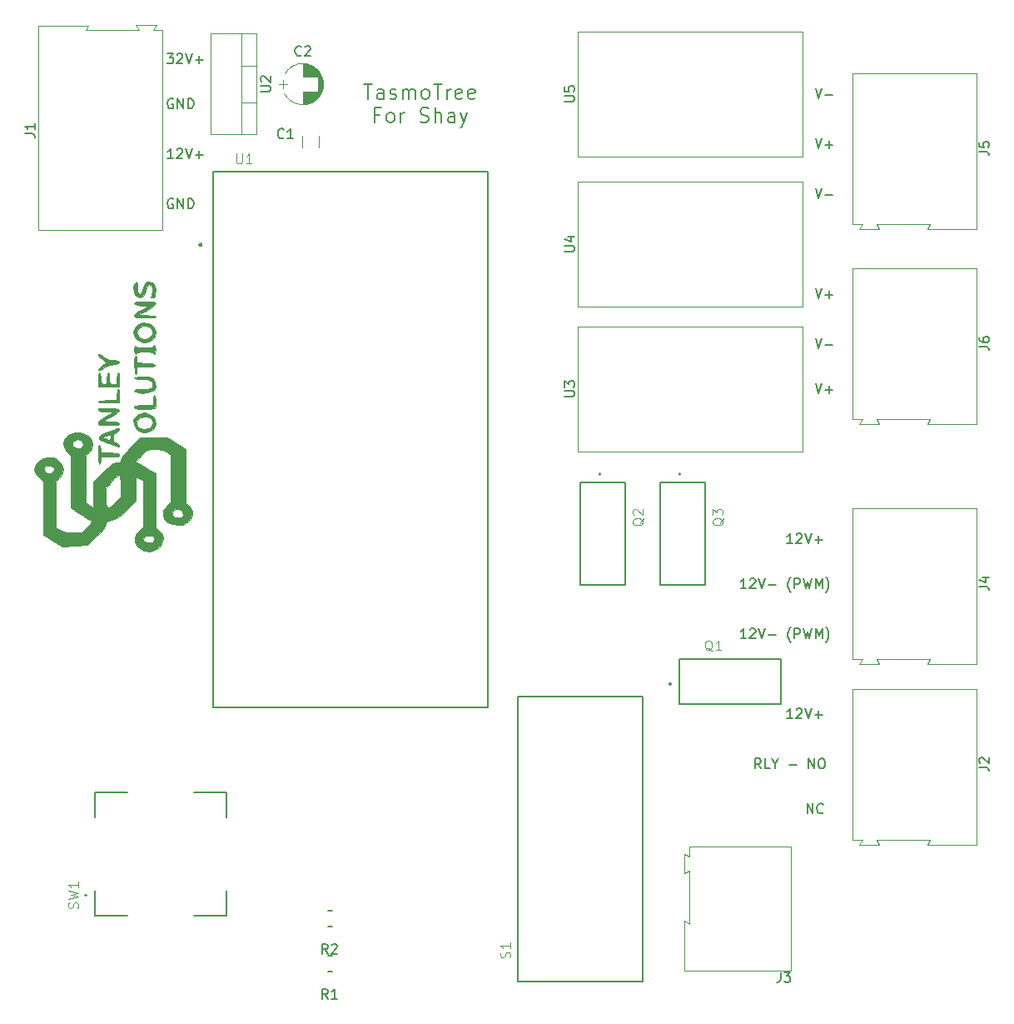
<source format=gbr>
%TF.GenerationSoftware,KiCad,Pcbnew,(5.1.8)-1*%
%TF.CreationDate,2020-12-04T19:27:02-08:00*%
%TF.ProjectId,TasmoTree,5461736d-6f54-4726-9565-2e6b69636164,rev?*%
%TF.SameCoordinates,Original*%
%TF.FileFunction,Legend,Top*%
%TF.FilePolarity,Positive*%
%FSLAX46Y46*%
G04 Gerber Fmt 4.6, Leading zero omitted, Abs format (unit mm)*
G04 Created by KiCad (PCBNEW (5.1.8)-1) date 2020-12-04 19:27:02*
%MOMM*%
%LPD*%
G01*
G04 APERTURE LIST*
%ADD10C,0.150000*%
%ADD11C,0.010000*%
%ADD12C,0.120000*%
%ADD13C,0.127000*%
%ADD14C,0.200000*%
%ADD15C,0.015000*%
G04 APERTURE END LIST*
D10*
X127381714Y-55382571D02*
X128238857Y-55382571D01*
X127810285Y-56882571D02*
X127810285Y-55382571D01*
X129381714Y-56882571D02*
X129381714Y-56096857D01*
X129310285Y-55954000D01*
X129167428Y-55882571D01*
X128881714Y-55882571D01*
X128738857Y-55954000D01*
X129381714Y-56811142D02*
X129238857Y-56882571D01*
X128881714Y-56882571D01*
X128738857Y-56811142D01*
X128667428Y-56668285D01*
X128667428Y-56525428D01*
X128738857Y-56382571D01*
X128881714Y-56311142D01*
X129238857Y-56311142D01*
X129381714Y-56239714D01*
X130024571Y-56811142D02*
X130167428Y-56882571D01*
X130453142Y-56882571D01*
X130596000Y-56811142D01*
X130667428Y-56668285D01*
X130667428Y-56596857D01*
X130596000Y-56454000D01*
X130453142Y-56382571D01*
X130238857Y-56382571D01*
X130096000Y-56311142D01*
X130024571Y-56168285D01*
X130024571Y-56096857D01*
X130096000Y-55954000D01*
X130238857Y-55882571D01*
X130453142Y-55882571D01*
X130596000Y-55954000D01*
X131310285Y-56882571D02*
X131310285Y-55882571D01*
X131310285Y-56025428D02*
X131381714Y-55954000D01*
X131524571Y-55882571D01*
X131738857Y-55882571D01*
X131881714Y-55954000D01*
X131953142Y-56096857D01*
X131953142Y-56882571D01*
X131953142Y-56096857D02*
X132024571Y-55954000D01*
X132167428Y-55882571D01*
X132381714Y-55882571D01*
X132524571Y-55954000D01*
X132596000Y-56096857D01*
X132596000Y-56882571D01*
X133524571Y-56882571D02*
X133381714Y-56811142D01*
X133310285Y-56739714D01*
X133238857Y-56596857D01*
X133238857Y-56168285D01*
X133310285Y-56025428D01*
X133381714Y-55954000D01*
X133524571Y-55882571D01*
X133738857Y-55882571D01*
X133881714Y-55954000D01*
X133953142Y-56025428D01*
X134024571Y-56168285D01*
X134024571Y-56596857D01*
X133953142Y-56739714D01*
X133881714Y-56811142D01*
X133738857Y-56882571D01*
X133524571Y-56882571D01*
X134453142Y-55382571D02*
X135310285Y-55382571D01*
X134881714Y-56882571D02*
X134881714Y-55382571D01*
X135810285Y-56882571D02*
X135810285Y-55882571D01*
X135810285Y-56168285D02*
X135881714Y-56025428D01*
X135953142Y-55954000D01*
X136096000Y-55882571D01*
X136238857Y-55882571D01*
X137310285Y-56811142D02*
X137167428Y-56882571D01*
X136881714Y-56882571D01*
X136738857Y-56811142D01*
X136667428Y-56668285D01*
X136667428Y-56096857D01*
X136738857Y-55954000D01*
X136881714Y-55882571D01*
X137167428Y-55882571D01*
X137310285Y-55954000D01*
X137381714Y-56096857D01*
X137381714Y-56239714D01*
X136667428Y-56382571D01*
X138596000Y-56811142D02*
X138453142Y-56882571D01*
X138167428Y-56882571D01*
X138024571Y-56811142D01*
X137953142Y-56668285D01*
X137953142Y-56096857D01*
X138024571Y-55954000D01*
X138167428Y-55882571D01*
X138453142Y-55882571D01*
X138596000Y-55954000D01*
X138667428Y-56096857D01*
X138667428Y-56239714D01*
X137953142Y-56382571D01*
X128953142Y-58496857D02*
X128453142Y-58496857D01*
X128453142Y-59282571D02*
X128453142Y-57782571D01*
X129167428Y-57782571D01*
X129953142Y-59282571D02*
X129810285Y-59211142D01*
X129738857Y-59139714D01*
X129667428Y-58996857D01*
X129667428Y-58568285D01*
X129738857Y-58425428D01*
X129810285Y-58354000D01*
X129953142Y-58282571D01*
X130167428Y-58282571D01*
X130310285Y-58354000D01*
X130381714Y-58425428D01*
X130453142Y-58568285D01*
X130453142Y-58996857D01*
X130381714Y-59139714D01*
X130310285Y-59211142D01*
X130167428Y-59282571D01*
X129953142Y-59282571D01*
X131096000Y-59282571D02*
X131096000Y-58282571D01*
X131096000Y-58568285D02*
X131167428Y-58425428D01*
X131238857Y-58354000D01*
X131381714Y-58282571D01*
X131524571Y-58282571D01*
X133096000Y-59211142D02*
X133310285Y-59282571D01*
X133667428Y-59282571D01*
X133810285Y-59211142D01*
X133881714Y-59139714D01*
X133953142Y-58996857D01*
X133953142Y-58854000D01*
X133881714Y-58711142D01*
X133810285Y-58639714D01*
X133667428Y-58568285D01*
X133381714Y-58496857D01*
X133238857Y-58425428D01*
X133167428Y-58354000D01*
X133096000Y-58211142D01*
X133096000Y-58068285D01*
X133167428Y-57925428D01*
X133238857Y-57854000D01*
X133381714Y-57782571D01*
X133738857Y-57782571D01*
X133953142Y-57854000D01*
X134596000Y-59282571D02*
X134596000Y-57782571D01*
X135238857Y-59282571D02*
X135238857Y-58496857D01*
X135167428Y-58354000D01*
X135024571Y-58282571D01*
X134810285Y-58282571D01*
X134667428Y-58354000D01*
X134596000Y-58425428D01*
X136596000Y-59282571D02*
X136596000Y-58496857D01*
X136524571Y-58354000D01*
X136381714Y-58282571D01*
X136096000Y-58282571D01*
X135953142Y-58354000D01*
X136596000Y-59211142D02*
X136453142Y-59282571D01*
X136096000Y-59282571D01*
X135953142Y-59211142D01*
X135881714Y-59068285D01*
X135881714Y-58925428D01*
X135953142Y-58782571D01*
X136096000Y-58711142D01*
X136453142Y-58711142D01*
X136596000Y-58639714D01*
X137167428Y-58282571D02*
X137524571Y-59282571D01*
X137881714Y-58282571D02*
X137524571Y-59282571D01*
X137381714Y-59639714D01*
X137310285Y-59711142D01*
X137167428Y-59782571D01*
X110648761Y-71604190D02*
X110648761Y-71794666D01*
X110696380Y-71794666D02*
X110696380Y-71604190D01*
X110744000Y-71556571D02*
X110744000Y-71842285D01*
X110791619Y-71794666D02*
X110791619Y-71604190D01*
X110839238Y-71604190D02*
X110839238Y-71794666D01*
X110648761Y-71747047D02*
X110744000Y-71842285D01*
X110839238Y-71747047D01*
X110648761Y-71651809D02*
X110744000Y-71556571D01*
X110839238Y-71651809D01*
X110648761Y-71604190D02*
X110744000Y-71556571D01*
X110839238Y-71604190D01*
X110886857Y-71699428D01*
X110839238Y-71794666D01*
X110744000Y-71842285D01*
X110648761Y-71794666D01*
X110601142Y-71699428D01*
X110648761Y-71604190D01*
X107362857Y-52284380D02*
X107981904Y-52284380D01*
X107648571Y-52665333D01*
X107791428Y-52665333D01*
X107886666Y-52712952D01*
X107934285Y-52760571D01*
X107981904Y-52855809D01*
X107981904Y-53093904D01*
X107934285Y-53189142D01*
X107886666Y-53236761D01*
X107791428Y-53284380D01*
X107505714Y-53284380D01*
X107410476Y-53236761D01*
X107362857Y-53189142D01*
X108362857Y-52379619D02*
X108410476Y-52332000D01*
X108505714Y-52284380D01*
X108743809Y-52284380D01*
X108839047Y-52332000D01*
X108886666Y-52379619D01*
X108934285Y-52474857D01*
X108934285Y-52570095D01*
X108886666Y-52712952D01*
X108315238Y-53284380D01*
X108934285Y-53284380D01*
X109220000Y-52284380D02*
X109553333Y-53284380D01*
X109886666Y-52284380D01*
X110220000Y-52903428D02*
X110981904Y-52903428D01*
X110600952Y-53284380D02*
X110600952Y-52522476D01*
X107981904Y-62936380D02*
X107410476Y-62936380D01*
X107696190Y-62936380D02*
X107696190Y-61936380D01*
X107600952Y-62079238D01*
X107505714Y-62174476D01*
X107410476Y-62222095D01*
X108362857Y-62031619D02*
X108410476Y-61984000D01*
X108505714Y-61936380D01*
X108743809Y-61936380D01*
X108839047Y-61984000D01*
X108886666Y-62031619D01*
X108934285Y-62126857D01*
X108934285Y-62222095D01*
X108886666Y-62364952D01*
X108315238Y-62936380D01*
X108934285Y-62936380D01*
X109220000Y-61936380D02*
X109553333Y-62936380D01*
X109886666Y-61936380D01*
X110220000Y-62555428D02*
X110981904Y-62555428D01*
X110600952Y-62936380D02*
X110600952Y-62174476D01*
X107950095Y-56904000D02*
X107854857Y-56856380D01*
X107712000Y-56856380D01*
X107569142Y-56904000D01*
X107473904Y-56999238D01*
X107426285Y-57094476D01*
X107378666Y-57284952D01*
X107378666Y-57427809D01*
X107426285Y-57618285D01*
X107473904Y-57713523D01*
X107569142Y-57808761D01*
X107712000Y-57856380D01*
X107807238Y-57856380D01*
X107950095Y-57808761D01*
X107997714Y-57761142D01*
X107997714Y-57427809D01*
X107807238Y-57427809D01*
X108426285Y-57856380D02*
X108426285Y-56856380D01*
X108997714Y-57856380D01*
X108997714Y-56856380D01*
X109473904Y-57856380D02*
X109473904Y-56856380D01*
X109712000Y-56856380D01*
X109854857Y-56904000D01*
X109950095Y-56999238D01*
X109997714Y-57094476D01*
X110045333Y-57284952D01*
X110045333Y-57427809D01*
X109997714Y-57618285D01*
X109950095Y-57713523D01*
X109854857Y-57808761D01*
X109712000Y-57856380D01*
X109473904Y-57856380D01*
X107950095Y-67064000D02*
X107854857Y-67016380D01*
X107712000Y-67016380D01*
X107569142Y-67064000D01*
X107473904Y-67159238D01*
X107426285Y-67254476D01*
X107378666Y-67444952D01*
X107378666Y-67587809D01*
X107426285Y-67778285D01*
X107473904Y-67873523D01*
X107569142Y-67968761D01*
X107712000Y-68016380D01*
X107807238Y-68016380D01*
X107950095Y-67968761D01*
X107997714Y-67921142D01*
X107997714Y-67587809D01*
X107807238Y-67587809D01*
X108426285Y-68016380D02*
X108426285Y-67016380D01*
X108997714Y-68016380D01*
X108997714Y-67016380D01*
X109473904Y-68016380D02*
X109473904Y-67016380D01*
X109712000Y-67016380D01*
X109854857Y-67064000D01*
X109950095Y-67159238D01*
X109997714Y-67254476D01*
X110045333Y-67444952D01*
X110045333Y-67587809D01*
X109997714Y-67778285D01*
X109950095Y-67873523D01*
X109854857Y-67968761D01*
X109712000Y-68016380D01*
X109473904Y-68016380D01*
X172442285Y-129484380D02*
X172442285Y-128484380D01*
X173013714Y-129484380D01*
X173013714Y-128484380D01*
X174061333Y-129389142D02*
X174013714Y-129436761D01*
X173870857Y-129484380D01*
X173775619Y-129484380D01*
X173632761Y-129436761D01*
X173537523Y-129341523D01*
X173489904Y-129246285D01*
X173442285Y-129055809D01*
X173442285Y-128912952D01*
X173489904Y-128722476D01*
X173537523Y-128627238D01*
X173632761Y-128532000D01*
X173775619Y-128484380D01*
X173870857Y-128484380D01*
X174013714Y-128532000D01*
X174061333Y-128579619D01*
X167735619Y-124912380D02*
X167402285Y-124436190D01*
X167164190Y-124912380D02*
X167164190Y-123912380D01*
X167545142Y-123912380D01*
X167640380Y-123960000D01*
X167688000Y-124007619D01*
X167735619Y-124102857D01*
X167735619Y-124245714D01*
X167688000Y-124340952D01*
X167640380Y-124388571D01*
X167545142Y-124436190D01*
X167164190Y-124436190D01*
X168640380Y-124912380D02*
X168164190Y-124912380D01*
X168164190Y-123912380D01*
X169164190Y-124436190D02*
X169164190Y-124912380D01*
X168830857Y-123912380D02*
X169164190Y-124436190D01*
X169497523Y-123912380D01*
X170592761Y-124531428D02*
X171354666Y-124531428D01*
X172592761Y-124912380D02*
X172592761Y-123912380D01*
X173164190Y-124912380D01*
X173164190Y-123912380D01*
X173830857Y-123912380D02*
X174021333Y-123912380D01*
X174116571Y-123960000D01*
X174211809Y-124055238D01*
X174259428Y-124245714D01*
X174259428Y-124579047D01*
X174211809Y-124769523D01*
X174116571Y-124864761D01*
X174021333Y-124912380D01*
X173830857Y-124912380D01*
X173735619Y-124864761D01*
X173640380Y-124769523D01*
X173592761Y-124579047D01*
X173592761Y-124245714D01*
X173640380Y-124055238D01*
X173735619Y-123960000D01*
X173830857Y-123912380D01*
X170973904Y-119832380D02*
X170402476Y-119832380D01*
X170688190Y-119832380D02*
X170688190Y-118832380D01*
X170592952Y-118975238D01*
X170497714Y-119070476D01*
X170402476Y-119118095D01*
X171354857Y-118927619D02*
X171402476Y-118880000D01*
X171497714Y-118832380D01*
X171735809Y-118832380D01*
X171831047Y-118880000D01*
X171878666Y-118927619D01*
X171926285Y-119022857D01*
X171926285Y-119118095D01*
X171878666Y-119260952D01*
X171307238Y-119832380D01*
X171926285Y-119832380D01*
X172212000Y-118832380D02*
X172545333Y-119832380D01*
X172878666Y-118832380D01*
X173212000Y-119451428D02*
X173973904Y-119451428D01*
X173592952Y-119832380D02*
X173592952Y-119070476D01*
X166251428Y-111704380D02*
X165680000Y-111704380D01*
X165965714Y-111704380D02*
X165965714Y-110704380D01*
X165870476Y-110847238D01*
X165775238Y-110942476D01*
X165680000Y-110990095D01*
X166632380Y-110799619D02*
X166680000Y-110752000D01*
X166775238Y-110704380D01*
X167013333Y-110704380D01*
X167108571Y-110752000D01*
X167156190Y-110799619D01*
X167203809Y-110894857D01*
X167203809Y-110990095D01*
X167156190Y-111132952D01*
X166584761Y-111704380D01*
X167203809Y-111704380D01*
X167489523Y-110704380D02*
X167822857Y-111704380D01*
X168156190Y-110704380D01*
X168489523Y-111323428D02*
X169251428Y-111323428D01*
X170775238Y-112085333D02*
X170727619Y-112037714D01*
X170632380Y-111894857D01*
X170584761Y-111799619D01*
X170537142Y-111656761D01*
X170489523Y-111418666D01*
X170489523Y-111228190D01*
X170537142Y-110990095D01*
X170584761Y-110847238D01*
X170632380Y-110752000D01*
X170727619Y-110609142D01*
X170775238Y-110561523D01*
X171156190Y-111704380D02*
X171156190Y-110704380D01*
X171537142Y-110704380D01*
X171632380Y-110752000D01*
X171680000Y-110799619D01*
X171727619Y-110894857D01*
X171727619Y-111037714D01*
X171680000Y-111132952D01*
X171632380Y-111180571D01*
X171537142Y-111228190D01*
X171156190Y-111228190D01*
X172060952Y-110704380D02*
X172299047Y-111704380D01*
X172489523Y-110990095D01*
X172680000Y-111704380D01*
X172918095Y-110704380D01*
X173299047Y-111704380D02*
X173299047Y-110704380D01*
X173632380Y-111418666D01*
X173965714Y-110704380D01*
X173965714Y-111704380D01*
X174346666Y-112085333D02*
X174394285Y-112037714D01*
X174489523Y-111894857D01*
X174537142Y-111799619D01*
X174584761Y-111656761D01*
X174632380Y-111418666D01*
X174632380Y-111228190D01*
X174584761Y-110990095D01*
X174537142Y-110847238D01*
X174489523Y-110752000D01*
X174394285Y-110609142D01*
X174346666Y-110561523D01*
X166251428Y-106624380D02*
X165680000Y-106624380D01*
X165965714Y-106624380D02*
X165965714Y-105624380D01*
X165870476Y-105767238D01*
X165775238Y-105862476D01*
X165680000Y-105910095D01*
X166632380Y-105719619D02*
X166680000Y-105672000D01*
X166775238Y-105624380D01*
X167013333Y-105624380D01*
X167108571Y-105672000D01*
X167156190Y-105719619D01*
X167203809Y-105814857D01*
X167203809Y-105910095D01*
X167156190Y-106052952D01*
X166584761Y-106624380D01*
X167203809Y-106624380D01*
X167489523Y-105624380D02*
X167822857Y-106624380D01*
X168156190Y-105624380D01*
X168489523Y-106243428D02*
X169251428Y-106243428D01*
X170775238Y-107005333D02*
X170727619Y-106957714D01*
X170632380Y-106814857D01*
X170584761Y-106719619D01*
X170537142Y-106576761D01*
X170489523Y-106338666D01*
X170489523Y-106148190D01*
X170537142Y-105910095D01*
X170584761Y-105767238D01*
X170632380Y-105672000D01*
X170727619Y-105529142D01*
X170775238Y-105481523D01*
X171156190Y-106624380D02*
X171156190Y-105624380D01*
X171537142Y-105624380D01*
X171632380Y-105672000D01*
X171680000Y-105719619D01*
X171727619Y-105814857D01*
X171727619Y-105957714D01*
X171680000Y-106052952D01*
X171632380Y-106100571D01*
X171537142Y-106148190D01*
X171156190Y-106148190D01*
X172060952Y-105624380D02*
X172299047Y-106624380D01*
X172489523Y-105910095D01*
X172680000Y-106624380D01*
X172918095Y-105624380D01*
X173299047Y-106624380D02*
X173299047Y-105624380D01*
X173632380Y-106338666D01*
X173965714Y-105624380D01*
X173965714Y-106624380D01*
X174346666Y-107005333D02*
X174394285Y-106957714D01*
X174489523Y-106814857D01*
X174537142Y-106719619D01*
X174584761Y-106576761D01*
X174632380Y-106338666D01*
X174632380Y-106148190D01*
X174584761Y-105910095D01*
X174537142Y-105767238D01*
X174489523Y-105672000D01*
X174394285Y-105529142D01*
X174346666Y-105481523D01*
X170973904Y-102052380D02*
X170402476Y-102052380D01*
X170688190Y-102052380D02*
X170688190Y-101052380D01*
X170592952Y-101195238D01*
X170497714Y-101290476D01*
X170402476Y-101338095D01*
X171354857Y-101147619D02*
X171402476Y-101100000D01*
X171497714Y-101052380D01*
X171735809Y-101052380D01*
X171831047Y-101100000D01*
X171878666Y-101147619D01*
X171926285Y-101242857D01*
X171926285Y-101338095D01*
X171878666Y-101480952D01*
X171307238Y-102052380D01*
X171926285Y-102052380D01*
X172212000Y-101052380D02*
X172545333Y-102052380D01*
X172878666Y-101052380D01*
X173212000Y-101671428D02*
X173973904Y-101671428D01*
X173592952Y-102052380D02*
X173592952Y-101290476D01*
X173291619Y-85812380D02*
X173624952Y-86812380D01*
X173958285Y-85812380D01*
X174291619Y-86431428D02*
X175053523Y-86431428D01*
X174672571Y-86812380D02*
X174672571Y-86050476D01*
X173291619Y-81240380D02*
X173624952Y-82240380D01*
X173958285Y-81240380D01*
X174291619Y-81859428D02*
X175053523Y-81859428D01*
X173291619Y-76160380D02*
X173624952Y-77160380D01*
X173958285Y-76160380D01*
X174291619Y-76779428D02*
X175053523Y-76779428D01*
X174672571Y-77160380D02*
X174672571Y-76398476D01*
X173291619Y-66000380D02*
X173624952Y-67000380D01*
X173958285Y-66000380D01*
X174291619Y-66619428D02*
X175053523Y-66619428D01*
X173291619Y-60920380D02*
X173624952Y-61920380D01*
X173958285Y-60920380D01*
X174291619Y-61539428D02*
X175053523Y-61539428D01*
X174672571Y-61920380D02*
X174672571Y-61158476D01*
X173291619Y-55840380D02*
X173624952Y-56840380D01*
X173958285Y-55840380D01*
X174291619Y-56459428D02*
X175053523Y-56459428D01*
D11*
%TO.C,G\u002A\u002A\u002A*%
G36*
X93967805Y-94112409D02*
G01*
X94275734Y-93694445D01*
X94722054Y-93402990D01*
X95252034Y-93273532D01*
X95810941Y-93341560D01*
X95821507Y-93345003D01*
X96316668Y-93613858D01*
X96638299Y-94003721D01*
X96771242Y-94460700D01*
X96700341Y-94930899D01*
X96410437Y-95360425D01*
X96393000Y-95377001D01*
X96012000Y-95732908D01*
X96015144Y-100393500D01*
X96456290Y-100679250D01*
X96786028Y-100849061D01*
X97166944Y-100937304D01*
X97694086Y-100964792D01*
X97761243Y-100965000D01*
X98625048Y-100965000D01*
X99250500Y-100330000D01*
X99568341Y-99982138D01*
X99710901Y-99765282D01*
X99674770Y-99695000D01*
X99483722Y-99628663D01*
X99142891Y-99451210D01*
X98712103Y-99194982D01*
X98504794Y-99062565D01*
X98243854Y-98892222D01*
X98243854Y-92420192D01*
X98544693Y-92373489D01*
X98617149Y-92327632D01*
X98789104Y-92052225D01*
X98746550Y-91758141D01*
X98547202Y-91564433D01*
X98199784Y-91481048D01*
X97905990Y-91577372D01*
X97730634Y-91806964D01*
X97738531Y-92123383D01*
X97744494Y-92139597D01*
X97935733Y-92333309D01*
X98243854Y-92420192D01*
X98243854Y-98892222D01*
X97536000Y-98430129D01*
X97536000Y-93110539D01*
X97155000Y-92729539D01*
X96846909Y-92280691D01*
X96787860Y-91812090D01*
X96979565Y-91344525D01*
X97034809Y-91269689D01*
X97437343Y-90939460D01*
X97946745Y-90774873D01*
X98496214Y-90768578D01*
X99018948Y-90913226D01*
X99448146Y-91201467D01*
X99692989Y-91562147D01*
X99764670Y-92008015D01*
X99654516Y-92447679D01*
X99392465Y-92784150D01*
X99296581Y-92846322D01*
X99214717Y-92907325D01*
X99154178Y-93013384D01*
X99111783Y-93199337D01*
X99084350Y-93500020D01*
X99068697Y-93950272D01*
X99061641Y-94584929D01*
X99060000Y-95436321D01*
X99060000Y-97899705D01*
X99441000Y-98171001D01*
X99822000Y-98442296D01*
X99822000Y-95815542D01*
X100809059Y-94834271D01*
X101272577Y-94385466D01*
X101610224Y-94094363D01*
X101866145Y-93929958D01*
X102084483Y-93861242D01*
X102206059Y-93853000D01*
X102495578Y-93820666D01*
X102606019Y-93693053D01*
X102616000Y-93584416D01*
X102707318Y-93364991D01*
X102964622Y-93010644D01*
X103362929Y-92553928D01*
X103590523Y-92314416D01*
X104565047Y-91313000D01*
X107343950Y-91313000D01*
X108281975Y-91897646D01*
X109220000Y-92482291D01*
X109220000Y-97929184D01*
X109537635Y-98208842D01*
X109791586Y-98538233D01*
X109933981Y-98898605D01*
X109955469Y-99179038D01*
X109864842Y-99414602D01*
X109621835Y-99698986D01*
X109565545Y-99755855D01*
X109244498Y-100038141D01*
X108949939Y-100169340D01*
X108557783Y-100202922D01*
X108527893Y-100203000D01*
X108501422Y-100199542D01*
X108501422Y-99441281D01*
X108792746Y-99409020D01*
X108881333Y-99356334D01*
X108964769Y-99119842D01*
X108897662Y-98833156D01*
X108782490Y-98684802D01*
X108502229Y-98565744D01*
X108211799Y-98601553D01*
X107975410Y-98749867D01*
X107857270Y-98968325D01*
X107921589Y-99214566D01*
X107941165Y-99239855D01*
X108174646Y-99379575D01*
X108501422Y-99441281D01*
X108501422Y-100199542D01*
X107896700Y-100120542D01*
X107403955Y-99896764D01*
X107071467Y-99567058D01*
X106921043Y-99166819D01*
X106974491Y-98731440D01*
X107253619Y-98296314D01*
X107315000Y-98234500D01*
X107696000Y-97869479D01*
X107694427Y-95448490D01*
X107692855Y-93027500D01*
X107251709Y-92741750D01*
X106848266Y-92547680D01*
X106362496Y-92464420D01*
X106073756Y-92456000D01*
X105669096Y-92466319D01*
X105390707Y-92525008D01*
X105147173Y-92673666D01*
X104847076Y-92953890D01*
X104738475Y-93063613D01*
X104375238Y-93447190D01*
X104187703Y-93689193D01*
X104160806Y-93815750D01*
X104279481Y-93852987D01*
X104283323Y-93853000D01*
X104452439Y-93916413D01*
X104773188Y-94084677D01*
X105183840Y-94324830D01*
X105294141Y-94392750D01*
X106161634Y-94932500D01*
X106166817Y-97670990D01*
X106172000Y-100409479D01*
X106553000Y-100774500D01*
X106834404Y-101126792D01*
X106931766Y-101512469D01*
X106934000Y-101600000D01*
X106820097Y-102074990D01*
X106516540Y-102460868D01*
X106080552Y-102728248D01*
X105582796Y-102844602D01*
X105582796Y-101981126D01*
X105872517Y-101948164D01*
X105960333Y-101896334D01*
X106045882Y-101664707D01*
X105976883Y-101411391D01*
X105844112Y-101296088D01*
X105480767Y-101228522D01*
X105174296Y-101289660D01*
X104980512Y-101445647D01*
X104955230Y-101662628D01*
X105029000Y-101790500D01*
X105258093Y-101923625D01*
X105582796Y-101981126D01*
X105582796Y-102844602D01*
X105569356Y-102847744D01*
X105040177Y-102789968D01*
X104803378Y-102694176D01*
X104315292Y-102338461D01*
X104057769Y-101914504D01*
X104036494Y-101453984D01*
X104257150Y-100988577D01*
X104457500Y-100766275D01*
X104902000Y-100347057D01*
X104902000Y-95685765D01*
X104521000Y-95460703D01*
X104140000Y-95235640D01*
X104140000Y-97732857D01*
X103218030Y-98648674D01*
X102776417Y-99076085D01*
X102450035Y-99353729D01*
X102182150Y-99518774D01*
X101916026Y-99608384D01*
X101694030Y-99647008D01*
X101351780Y-99707344D01*
X101351780Y-98425475D01*
X101600292Y-98309808D01*
X101971278Y-97987742D01*
X102071442Y-97890558D01*
X102616000Y-97356116D01*
X102616000Y-96239558D01*
X102607189Y-95681637D01*
X102576432Y-95336718D01*
X102517241Y-95164271D01*
X102437268Y-95123000D01*
X102267040Y-95211924D01*
X101993293Y-95444929D01*
X101678633Y-95767994D01*
X101098728Y-96412988D01*
X101105302Y-97418994D01*
X101127865Y-97991577D01*
X101202164Y-98323234D01*
X101351780Y-98425475D01*
X101351780Y-99707344D01*
X101328794Y-99711397D01*
X101151080Y-99803170D01*
X101095070Y-99967990D01*
X101092000Y-100064691D01*
X101033632Y-100291610D01*
X100841870Y-100586619D01*
X100491725Y-100983466D01*
X100171250Y-101308179D01*
X99250500Y-102216500D01*
X97977328Y-102303584D01*
X96704156Y-102390669D01*
X95723722Y-101773085D01*
X95181406Y-101431475D01*
X95181406Y-94896143D01*
X95528518Y-94879347D01*
X95599250Y-94856573D01*
X95842012Y-94675232D01*
X95850373Y-94431232D01*
X95686912Y-94227703D01*
X95421680Y-94135713D01*
X95119134Y-94188618D01*
X94881108Y-94350337D01*
X94805500Y-94540011D01*
X94913117Y-94772150D01*
X95181406Y-94896143D01*
X95181406Y-101431475D01*
X94743288Y-101155500D01*
X94742644Y-98469450D01*
X94741999Y-95783400D01*
X94297499Y-95338900D01*
X94035295Y-95023785D01*
X93875656Y-94729915D01*
X93852999Y-94621394D01*
X93967805Y-94112409D01*
G37*
X93967805Y-94112409D02*
X94275734Y-93694445D01*
X94722054Y-93402990D01*
X95252034Y-93273532D01*
X95810941Y-93341560D01*
X95821507Y-93345003D01*
X96316668Y-93613858D01*
X96638299Y-94003721D01*
X96771242Y-94460700D01*
X96700341Y-94930899D01*
X96410437Y-95360425D01*
X96393000Y-95377001D01*
X96012000Y-95732908D01*
X96015144Y-100393500D01*
X96456290Y-100679250D01*
X96786028Y-100849061D01*
X97166944Y-100937304D01*
X97694086Y-100964792D01*
X97761243Y-100965000D01*
X98625048Y-100965000D01*
X99250500Y-100330000D01*
X99568341Y-99982138D01*
X99710901Y-99765282D01*
X99674770Y-99695000D01*
X99483722Y-99628663D01*
X99142891Y-99451210D01*
X98712103Y-99194982D01*
X98504794Y-99062565D01*
X98243854Y-98892222D01*
X98243854Y-92420192D01*
X98544693Y-92373489D01*
X98617149Y-92327632D01*
X98789104Y-92052225D01*
X98746550Y-91758141D01*
X98547202Y-91564433D01*
X98199784Y-91481048D01*
X97905990Y-91577372D01*
X97730634Y-91806964D01*
X97738531Y-92123383D01*
X97744494Y-92139597D01*
X97935733Y-92333309D01*
X98243854Y-92420192D01*
X98243854Y-98892222D01*
X97536000Y-98430129D01*
X97536000Y-93110539D01*
X97155000Y-92729539D01*
X96846909Y-92280691D01*
X96787860Y-91812090D01*
X96979565Y-91344525D01*
X97034809Y-91269689D01*
X97437343Y-90939460D01*
X97946745Y-90774873D01*
X98496214Y-90768578D01*
X99018948Y-90913226D01*
X99448146Y-91201467D01*
X99692989Y-91562147D01*
X99764670Y-92008015D01*
X99654516Y-92447679D01*
X99392465Y-92784150D01*
X99296581Y-92846322D01*
X99214717Y-92907325D01*
X99154178Y-93013384D01*
X99111783Y-93199337D01*
X99084350Y-93500020D01*
X99068697Y-93950272D01*
X99061641Y-94584929D01*
X99060000Y-95436321D01*
X99060000Y-97899705D01*
X99441000Y-98171001D01*
X99822000Y-98442296D01*
X99822000Y-95815542D01*
X100809059Y-94834271D01*
X101272577Y-94385466D01*
X101610224Y-94094363D01*
X101866145Y-93929958D01*
X102084483Y-93861242D01*
X102206059Y-93853000D01*
X102495578Y-93820666D01*
X102606019Y-93693053D01*
X102616000Y-93584416D01*
X102707318Y-93364991D01*
X102964622Y-93010644D01*
X103362929Y-92553928D01*
X103590523Y-92314416D01*
X104565047Y-91313000D01*
X107343950Y-91313000D01*
X108281975Y-91897646D01*
X109220000Y-92482291D01*
X109220000Y-97929184D01*
X109537635Y-98208842D01*
X109791586Y-98538233D01*
X109933981Y-98898605D01*
X109955469Y-99179038D01*
X109864842Y-99414602D01*
X109621835Y-99698986D01*
X109565545Y-99755855D01*
X109244498Y-100038141D01*
X108949939Y-100169340D01*
X108557783Y-100202922D01*
X108527893Y-100203000D01*
X108501422Y-100199542D01*
X108501422Y-99441281D01*
X108792746Y-99409020D01*
X108881333Y-99356334D01*
X108964769Y-99119842D01*
X108897662Y-98833156D01*
X108782490Y-98684802D01*
X108502229Y-98565744D01*
X108211799Y-98601553D01*
X107975410Y-98749867D01*
X107857270Y-98968325D01*
X107921589Y-99214566D01*
X107941165Y-99239855D01*
X108174646Y-99379575D01*
X108501422Y-99441281D01*
X108501422Y-100199542D01*
X107896700Y-100120542D01*
X107403955Y-99896764D01*
X107071467Y-99567058D01*
X106921043Y-99166819D01*
X106974491Y-98731440D01*
X107253619Y-98296314D01*
X107315000Y-98234500D01*
X107696000Y-97869479D01*
X107694427Y-95448490D01*
X107692855Y-93027500D01*
X107251709Y-92741750D01*
X106848266Y-92547680D01*
X106362496Y-92464420D01*
X106073756Y-92456000D01*
X105669096Y-92466319D01*
X105390707Y-92525008D01*
X105147173Y-92673666D01*
X104847076Y-92953890D01*
X104738475Y-93063613D01*
X104375238Y-93447190D01*
X104187703Y-93689193D01*
X104160806Y-93815750D01*
X104279481Y-93852987D01*
X104283323Y-93853000D01*
X104452439Y-93916413D01*
X104773188Y-94084677D01*
X105183840Y-94324830D01*
X105294141Y-94392750D01*
X106161634Y-94932500D01*
X106166817Y-97670990D01*
X106172000Y-100409479D01*
X106553000Y-100774500D01*
X106834404Y-101126792D01*
X106931766Y-101512469D01*
X106934000Y-101600000D01*
X106820097Y-102074990D01*
X106516540Y-102460868D01*
X106080552Y-102728248D01*
X105582796Y-102844602D01*
X105582796Y-101981126D01*
X105872517Y-101948164D01*
X105960333Y-101896334D01*
X106045882Y-101664707D01*
X105976883Y-101411391D01*
X105844112Y-101296088D01*
X105480767Y-101228522D01*
X105174296Y-101289660D01*
X104980512Y-101445647D01*
X104955230Y-101662628D01*
X105029000Y-101790500D01*
X105258093Y-101923625D01*
X105582796Y-101981126D01*
X105582796Y-102844602D01*
X105569356Y-102847744D01*
X105040177Y-102789968D01*
X104803378Y-102694176D01*
X104315292Y-102338461D01*
X104057769Y-101914504D01*
X104036494Y-101453984D01*
X104257150Y-100988577D01*
X104457500Y-100766275D01*
X104902000Y-100347057D01*
X104902000Y-95685765D01*
X104521000Y-95460703D01*
X104140000Y-95235640D01*
X104140000Y-97732857D01*
X103218030Y-98648674D01*
X102776417Y-99076085D01*
X102450035Y-99353729D01*
X102182150Y-99518774D01*
X101916026Y-99608384D01*
X101694030Y-99647008D01*
X101351780Y-99707344D01*
X101351780Y-98425475D01*
X101600292Y-98309808D01*
X101971278Y-97987742D01*
X102071442Y-97890558D01*
X102616000Y-97356116D01*
X102616000Y-96239558D01*
X102607189Y-95681637D01*
X102576432Y-95336718D01*
X102517241Y-95164271D01*
X102437268Y-95123000D01*
X102267040Y-95211924D01*
X101993293Y-95444929D01*
X101678633Y-95767994D01*
X101098728Y-96412988D01*
X101105302Y-97418994D01*
X101127865Y-97991577D01*
X101202164Y-98323234D01*
X101351780Y-98425475D01*
X101351780Y-99707344D01*
X101328794Y-99711397D01*
X101151080Y-99803170D01*
X101095070Y-99967990D01*
X101092000Y-100064691D01*
X101033632Y-100291610D01*
X100841870Y-100586619D01*
X100491725Y-100983466D01*
X100171250Y-101308179D01*
X99250500Y-102216500D01*
X97977328Y-102303584D01*
X96704156Y-102390669D01*
X95723722Y-101773085D01*
X95181406Y-101431475D01*
X95181406Y-94896143D01*
X95528518Y-94879347D01*
X95599250Y-94856573D01*
X95842012Y-94675232D01*
X95850373Y-94431232D01*
X95686912Y-94227703D01*
X95421680Y-94135713D01*
X95119134Y-94188618D01*
X94881108Y-94350337D01*
X94805500Y-94540011D01*
X94913117Y-94772150D01*
X95181406Y-94896143D01*
X95181406Y-101431475D01*
X94743288Y-101155500D01*
X94742644Y-98469450D01*
X94741999Y-95783400D01*
X94297499Y-95338900D01*
X94035295Y-95023785D01*
X93875656Y-94729915D01*
X93852999Y-94621394D01*
X93967805Y-94112409D01*
G36*
X104126967Y-89156908D02*
G01*
X104483597Y-88890037D01*
X104982866Y-88774377D01*
X105048842Y-88773000D01*
X105547000Y-88874135D01*
X105916757Y-89141148D01*
X106129315Y-89519457D01*
X106155877Y-89954478D01*
X105967644Y-90391629D01*
X105929220Y-90441681D01*
X105705250Y-90640366D01*
X105398548Y-90727677D01*
X105092724Y-90741500D01*
X105012649Y-90735821D01*
X105012649Y-90424000D01*
X105486186Y-90340267D01*
X105788961Y-90113247D01*
X105893575Y-89779210D01*
X105786531Y-89399651D01*
X105614892Y-89229126D01*
X105298024Y-89159476D01*
X105113431Y-89154000D01*
X104640963Y-89207182D01*
X104370450Y-89382859D01*
X104269637Y-89705229D01*
X104267000Y-89789000D01*
X104348395Y-90161227D01*
X104606496Y-90366791D01*
X105012649Y-90424000D01*
X105012649Y-90735821D01*
X104683637Y-90712485D01*
X104409150Y-90594107D01*
X104180772Y-90371530D01*
X103948769Y-89946980D01*
X103939762Y-89525664D01*
X104126967Y-89156908D01*
G37*
X104126967Y-89156908D02*
X104483597Y-88890037D01*
X104982866Y-88774377D01*
X105048842Y-88773000D01*
X105547000Y-88874135D01*
X105916757Y-89141148D01*
X106129315Y-89519457D01*
X106155877Y-89954478D01*
X105967644Y-90391629D01*
X105929220Y-90441681D01*
X105705250Y-90640366D01*
X105398548Y-90727677D01*
X105092724Y-90741500D01*
X105012649Y-90735821D01*
X105012649Y-90424000D01*
X105486186Y-90340267D01*
X105788961Y-90113247D01*
X105893575Y-89779210D01*
X105786531Y-89399651D01*
X105614892Y-89229126D01*
X105298024Y-89159476D01*
X105113431Y-89154000D01*
X104640963Y-89207182D01*
X104370450Y-89382859D01*
X104269637Y-89705229D01*
X104267000Y-89789000D01*
X104348395Y-90161227D01*
X104606496Y-90366791D01*
X105012649Y-90424000D01*
X105012649Y-90735821D01*
X104683637Y-90712485D01*
X104409150Y-90594107D01*
X104180772Y-90371530D01*
X103948769Y-89946980D01*
X103939762Y-89525664D01*
X104126967Y-89156908D01*
G36*
X104062895Y-88101017D02*
G01*
X104243203Y-88042034D01*
X104599857Y-88015365D01*
X104965500Y-88011000D01*
X105918000Y-88011000D01*
X105918000Y-87503000D01*
X105946167Y-87184890D01*
X106016531Y-87007954D01*
X106045000Y-86995000D01*
X106113013Y-87106478D01*
X106156191Y-87380713D01*
X106171621Y-87727411D01*
X106156391Y-88056280D01*
X106107586Y-88277023D01*
X106087333Y-88307334D01*
X105928292Y-88347367D01*
X105583115Y-88377185D01*
X105119620Y-88391471D01*
X105007833Y-88392000D01*
X104492770Y-88382713D01*
X104185842Y-88349058D01*
X104041666Y-88282344D01*
X104013000Y-88201500D01*
X104062895Y-88101017D01*
G37*
X104062895Y-88101017D02*
X104243203Y-88042034D01*
X104599857Y-88015365D01*
X104965500Y-88011000D01*
X105918000Y-88011000D01*
X105918000Y-87503000D01*
X105946167Y-87184890D01*
X106016531Y-87007954D01*
X106045000Y-86995000D01*
X106113013Y-87106478D01*
X106156191Y-87380713D01*
X106171621Y-87727411D01*
X106156391Y-88056280D01*
X106107586Y-88277023D01*
X106087333Y-88307334D01*
X105928292Y-88347367D01*
X105583115Y-88377185D01*
X105119620Y-88391471D01*
X105007833Y-88392000D01*
X104492770Y-88382713D01*
X104185842Y-88349058D01*
X104041666Y-88282344D01*
X104013000Y-88201500D01*
X104062895Y-88101017D01*
G36*
X104130220Y-85151482D02*
G01*
X104443321Y-85106336D01*
X104882316Y-85090000D01*
X105393721Y-85106562D01*
X105718144Y-85165630D01*
X105921004Y-85281279D01*
X105961816Y-85322251D01*
X106143665Y-85677146D01*
X106156969Y-86080894D01*
X106007780Y-86430955D01*
X105889741Y-86543299D01*
X105613817Y-86658028D01*
X105226376Y-86727501D01*
X104799998Y-86751440D01*
X104407267Y-86729567D01*
X104120763Y-86661603D01*
X104013000Y-86550500D01*
X104065380Y-86446877D01*
X104253684Y-86387632D01*
X104624656Y-86362721D01*
X104899580Y-86360000D01*
X105365474Y-86354523D01*
X105638396Y-86323968D01*
X105779345Y-86247154D01*
X105849320Y-86102900D01*
X105870807Y-86022740D01*
X105868659Y-85701311D01*
X105663886Y-85486707D01*
X105243246Y-85370904D01*
X104750726Y-85344000D01*
X104354819Y-85324156D01*
X104087459Y-85272629D01*
X104013000Y-85217000D01*
X104130220Y-85151482D01*
G37*
X104130220Y-85151482D02*
X104443321Y-85106336D01*
X104882316Y-85090000D01*
X105393721Y-85106562D01*
X105718144Y-85165630D01*
X105921004Y-85281279D01*
X105961816Y-85322251D01*
X106143665Y-85677146D01*
X106156969Y-86080894D01*
X106007780Y-86430955D01*
X105889741Y-86543299D01*
X105613817Y-86658028D01*
X105226376Y-86727501D01*
X104799998Y-86751440D01*
X104407267Y-86729567D01*
X104120763Y-86661603D01*
X104013000Y-86550500D01*
X104065380Y-86446877D01*
X104253684Y-86387632D01*
X104624656Y-86362721D01*
X104899580Y-86360000D01*
X105365474Y-86354523D01*
X105638396Y-86323968D01*
X105779345Y-86247154D01*
X105849320Y-86102900D01*
X105870807Y-86022740D01*
X105868659Y-85701311D01*
X105663886Y-85486707D01*
X105243246Y-85370904D01*
X104750726Y-85344000D01*
X104354819Y-85324156D01*
X104087459Y-85272629D01*
X104013000Y-85217000D01*
X104130220Y-85151482D01*
G36*
X104028309Y-83362967D02*
G01*
X104072288Y-83062806D01*
X104140000Y-82994500D01*
X104238974Y-83169889D01*
X104267000Y-83377432D01*
X104283005Y-83535840D01*
X104367360Y-83630375D01*
X104574576Y-83681494D01*
X104959160Y-83709656D01*
X105177591Y-83719187D01*
X105725268Y-83763909D01*
X106052595Y-83842113D01*
X106140674Y-83915250D01*
X106097331Y-84000756D01*
X105876641Y-84051311D01*
X105446610Y-84072492D01*
X105230083Y-84074000D01*
X104267000Y-84074000D01*
X104267000Y-84455000D01*
X104230213Y-84722513D01*
X104141580Y-84835971D01*
X104140000Y-84836000D01*
X104076140Y-84717733D01*
X104031586Y-84397246D01*
X104013146Y-83926011D01*
X104013000Y-83876005D01*
X104028309Y-83362967D01*
G37*
X104028309Y-83362967D02*
X104072288Y-83062806D01*
X104140000Y-82994500D01*
X104238974Y-83169889D01*
X104267000Y-83377432D01*
X104283005Y-83535840D01*
X104367360Y-83630375D01*
X104574576Y-83681494D01*
X104959160Y-83709656D01*
X105177591Y-83719187D01*
X105725268Y-83763909D01*
X106052595Y-83842113D01*
X106140674Y-83915250D01*
X106097331Y-84000756D01*
X105876641Y-84051311D01*
X105446610Y-84072492D01*
X105230083Y-84074000D01*
X104267000Y-84074000D01*
X104267000Y-84455000D01*
X104230213Y-84722513D01*
X104141580Y-84835971D01*
X104140000Y-84836000D01*
X104076140Y-84717733D01*
X104031586Y-84397246D01*
X104013146Y-83926011D01*
X104013000Y-83876005D01*
X104028309Y-83362967D01*
G36*
X104030224Y-82040527D02*
G01*
X104092839Y-81965100D01*
X104165399Y-82016600D01*
X104354250Y-82094086D01*
X104687718Y-82144420D01*
X105088238Y-82166479D01*
X105478244Y-82159138D01*
X105780170Y-82121274D01*
X105916451Y-82051762D01*
X105918000Y-82042000D01*
X106014643Y-81918691D01*
X106045000Y-81915000D01*
X106128943Y-82026644D01*
X106170903Y-82301166D01*
X106172000Y-82359500D01*
X106140101Y-82653302D01*
X106061667Y-82800161D01*
X106045000Y-82804000D01*
X105921690Y-82707357D01*
X105918000Y-82677000D01*
X105801363Y-82610635D01*
X105492390Y-82565198D01*
X105092500Y-82550000D01*
X104661126Y-82567945D01*
X104365785Y-82615479D01*
X104267000Y-82677000D01*
X104170356Y-82800310D01*
X104140000Y-82804000D01*
X104057908Y-82691921D01*
X104014871Y-82414455D01*
X104013000Y-82334100D01*
X104030224Y-82040527D01*
G37*
X104030224Y-82040527D02*
X104092839Y-81965100D01*
X104165399Y-82016600D01*
X104354250Y-82094086D01*
X104687718Y-82144420D01*
X105088238Y-82166479D01*
X105478244Y-82159138D01*
X105780170Y-82121274D01*
X105916451Y-82051762D01*
X105918000Y-82042000D01*
X106014643Y-81918691D01*
X106045000Y-81915000D01*
X106128943Y-82026644D01*
X106170903Y-82301166D01*
X106172000Y-82359500D01*
X106140101Y-82653302D01*
X106061667Y-82800161D01*
X106045000Y-82804000D01*
X105921690Y-82707357D01*
X105918000Y-82677000D01*
X105801363Y-82610635D01*
X105492390Y-82565198D01*
X105092500Y-82550000D01*
X104661126Y-82567945D01*
X104365785Y-82615479D01*
X104267000Y-82677000D01*
X104170356Y-82800310D01*
X104140000Y-82804000D01*
X104057908Y-82691921D01*
X104014871Y-82414455D01*
X104013000Y-82334100D01*
X104030224Y-82040527D01*
G36*
X103948331Y-80396320D02*
G01*
X104141849Y-79996116D01*
X104474520Y-79742143D01*
X104887524Y-79629257D01*
X105322043Y-79652316D01*
X105719255Y-79806178D01*
X106020341Y-80085702D01*
X106166483Y-80485744D01*
X106172000Y-80590718D01*
X106091668Y-81007739D01*
X105930930Y-81267070D01*
X105522767Y-81534621D01*
X105071788Y-81615890D01*
X105020423Y-81606405D01*
X105020423Y-81285777D01*
X105435634Y-81194901D01*
X105635741Y-81082299D01*
X105877671Y-80812526D01*
X105884373Y-80483732D01*
X105792056Y-80265974D01*
X105531983Y-80006294D01*
X105176802Y-79915670D01*
X104801497Y-79975541D01*
X104481048Y-80167347D01*
X104290438Y-80472530D01*
X104267000Y-80643460D01*
X104372061Y-80989523D01*
X104644551Y-81210473D01*
X105020423Y-81285777D01*
X105020423Y-81606405D01*
X104632317Y-81534737D01*
X104258683Y-81315021D01*
X104005212Y-80980604D01*
X103926229Y-80555344D01*
X103948331Y-80396320D01*
G37*
X103948331Y-80396320D02*
X104141849Y-79996116D01*
X104474520Y-79742143D01*
X104887524Y-79629257D01*
X105322043Y-79652316D01*
X105719255Y-79806178D01*
X106020341Y-80085702D01*
X106166483Y-80485744D01*
X106172000Y-80590718D01*
X106091668Y-81007739D01*
X105930930Y-81267070D01*
X105522767Y-81534621D01*
X105071788Y-81615890D01*
X105020423Y-81606405D01*
X105020423Y-81285777D01*
X105435634Y-81194901D01*
X105635741Y-81082299D01*
X105877671Y-80812526D01*
X105884373Y-80483732D01*
X105792056Y-80265974D01*
X105531983Y-80006294D01*
X105176802Y-79915670D01*
X104801497Y-79975541D01*
X104481048Y-80167347D01*
X104290438Y-80472530D01*
X104267000Y-80643460D01*
X104372061Y-80989523D01*
X104644551Y-81210473D01*
X105020423Y-81285777D01*
X105020423Y-81606405D01*
X104632317Y-81534737D01*
X104258683Y-81315021D01*
X104005212Y-80980604D01*
X103926229Y-80555344D01*
X103948331Y-80396320D01*
G36*
X104063838Y-77561792D02*
G01*
X104244711Y-77505115D01*
X104598153Y-77476938D01*
X105101812Y-77470000D01*
X105631288Y-77475759D01*
X105952714Y-77499238D01*
X106111899Y-77549742D01*
X106154655Y-77636578D01*
X106149562Y-77682829D01*
X106024468Y-77840715D01*
X105729725Y-78068102D01*
X105323229Y-78321629D01*
X105219500Y-78379359D01*
X104330500Y-78863062D01*
X105251250Y-78865031D01*
X105718097Y-78882273D01*
X106043134Y-78926671D01*
X106171708Y-78990572D01*
X106172000Y-78994000D01*
X106052612Y-79055849D01*
X105724253Y-79099647D01*
X105231630Y-79120136D01*
X105092500Y-79121000D01*
X104564449Y-79115196D01*
X104241618Y-79090947D01*
X104075358Y-79037998D01*
X104017021Y-78946095D01*
X104013000Y-78893457D01*
X104134719Y-78685461D01*
X104492497Y-78427924D01*
X104743250Y-78290207D01*
X105473500Y-77914500D01*
X104743250Y-77876413D01*
X104298443Y-77833430D01*
X104068340Y-77755650D01*
X104013000Y-77654163D01*
X104063838Y-77561792D01*
G37*
X104063838Y-77561792D02*
X104244711Y-77505115D01*
X104598153Y-77476938D01*
X105101812Y-77470000D01*
X105631288Y-77475759D01*
X105952714Y-77499238D01*
X106111899Y-77549742D01*
X106154655Y-77636578D01*
X106149562Y-77682829D01*
X106024468Y-77840715D01*
X105729725Y-78068102D01*
X105323229Y-78321629D01*
X105219500Y-78379359D01*
X104330500Y-78863062D01*
X105251250Y-78865031D01*
X105718097Y-78882273D01*
X106043134Y-78926671D01*
X106171708Y-78990572D01*
X106172000Y-78994000D01*
X106052612Y-79055849D01*
X105724253Y-79099647D01*
X105231630Y-79120136D01*
X105092500Y-79121000D01*
X104564449Y-79115196D01*
X104241618Y-79090947D01*
X104075358Y-79037998D01*
X104017021Y-78946095D01*
X104013000Y-78893457D01*
X104134719Y-78685461D01*
X104492497Y-78427924D01*
X104743250Y-78290207D01*
X105473500Y-77914500D01*
X104743250Y-77876413D01*
X104298443Y-77833430D01*
X104068340Y-77755650D01*
X104013000Y-77654163D01*
X104063838Y-77561792D01*
G36*
X104004611Y-75777563D02*
G01*
X104145374Y-75500555D01*
X104254764Y-75468449D01*
X104322195Y-75672999D01*
X104338480Y-76037597D01*
X104355004Y-76424166D01*
X104431088Y-76620398D01*
X104548212Y-76681035D01*
X104736707Y-76624717D01*
X104842751Y-76367189D01*
X104980041Y-75861732D01*
X105141502Y-75569000D01*
X105354615Y-75447736D01*
X105461705Y-75438000D01*
X105848146Y-75544009D01*
X106088106Y-75845568D01*
X106161973Y-76304322D01*
X106138708Y-76657954D01*
X106094897Y-76910280D01*
X106087890Y-76930250D01*
X105920744Y-77073156D01*
X105830329Y-77089000D01*
X105700059Y-77020719D01*
X105731873Y-76866750D01*
X105873299Y-76385753D01*
X105856209Y-76009614D01*
X105743877Y-75832593D01*
X105509685Y-75730570D01*
X105334769Y-75868703D01*
X105213360Y-76251622D01*
X105211842Y-76259654D01*
X105085348Y-76625293D01*
X104892963Y-76906629D01*
X104888907Y-76910349D01*
X104594787Y-77053904D01*
X104316507Y-76990795D01*
X104090375Y-76767531D01*
X103952699Y-76430620D01*
X103939784Y-76026573D01*
X104004611Y-75777563D01*
G37*
X104004611Y-75777563D02*
X104145374Y-75500555D01*
X104254764Y-75468449D01*
X104322195Y-75672999D01*
X104338480Y-76037597D01*
X104355004Y-76424166D01*
X104431088Y-76620398D01*
X104548212Y-76681035D01*
X104736707Y-76624717D01*
X104842751Y-76367189D01*
X104980041Y-75861732D01*
X105141502Y-75569000D01*
X105354615Y-75447736D01*
X105461705Y-75438000D01*
X105848146Y-75544009D01*
X106088106Y-75845568D01*
X106161973Y-76304322D01*
X106138708Y-76657954D01*
X106094897Y-76910280D01*
X106087890Y-76930250D01*
X105920744Y-77073156D01*
X105830329Y-77089000D01*
X105700059Y-77020719D01*
X105731873Y-76866750D01*
X105873299Y-76385753D01*
X105856209Y-76009614D01*
X105743877Y-75832593D01*
X105509685Y-75730570D01*
X105334769Y-75868703D01*
X105213360Y-76251622D01*
X105211842Y-76259654D01*
X105085348Y-76625293D01*
X104892963Y-76906629D01*
X104888907Y-76910349D01*
X104594787Y-77053904D01*
X104316507Y-76990795D01*
X104090375Y-76767531D01*
X103952699Y-76430620D01*
X103939784Y-76026573D01*
X104004611Y-75777563D01*
G36*
X100345758Y-92547560D02*
G01*
X100388415Y-92213039D01*
X100451044Y-92075892D01*
X100457000Y-92075000D01*
X100546170Y-92185359D01*
X100583990Y-92451260D01*
X100584000Y-92456000D01*
X100584000Y-92837000D01*
X101536500Y-92837000D01*
X102038917Y-92846980D01*
X102333832Y-92883041D01*
X102467176Y-92954372D01*
X102489000Y-93027500D01*
X102439104Y-93127984D01*
X102258796Y-93186967D01*
X101902142Y-93213636D01*
X101536500Y-93218000D01*
X100584000Y-93218000D01*
X100584000Y-93599000D01*
X100547213Y-93866513D01*
X100458580Y-93979971D01*
X100457000Y-93980000D01*
X100393007Y-93861812D01*
X100348405Y-93541884D01*
X100330118Y-93072168D01*
X100330000Y-93027500D01*
X100345758Y-92547560D01*
G37*
X100345758Y-92547560D02*
X100388415Y-92213039D01*
X100451044Y-92075892D01*
X100457000Y-92075000D01*
X100546170Y-92185359D01*
X100583990Y-92451260D01*
X100584000Y-92456000D01*
X100584000Y-92837000D01*
X101536500Y-92837000D01*
X102038917Y-92846980D01*
X102333832Y-92883041D01*
X102467176Y-92954372D01*
X102489000Y-93027500D01*
X102439104Y-93127984D01*
X102258796Y-93186967D01*
X101902142Y-93213636D01*
X101536500Y-93218000D01*
X100584000Y-93218000D01*
X100584000Y-93599000D01*
X100547213Y-93866513D01*
X100458580Y-93979971D01*
X100457000Y-93980000D01*
X100393007Y-93861812D01*
X100348405Y-93541884D01*
X100330118Y-93072168D01*
X100330000Y-93027500D01*
X100345758Y-92547560D01*
G36*
X100561336Y-91039519D02*
G01*
X100981100Y-90828094D01*
X101402412Y-90664830D01*
X101917146Y-90476946D01*
X102237766Y-90365121D01*
X102409838Y-90321341D01*
X102478931Y-90337593D01*
X102490610Y-90405862D01*
X102489000Y-90473733D01*
X102380724Y-90633562D01*
X102171500Y-90730152D01*
X101951285Y-90831908D01*
X101864339Y-91042938D01*
X101854000Y-91255063D01*
X101893834Y-91585413D01*
X102048794Y-91764234D01*
X102171500Y-91821000D01*
X102389520Y-91951561D01*
X102496670Y-92099021D01*
X102452004Y-92193389D01*
X102393750Y-92200931D01*
X102237318Y-92159022D01*
X101907224Y-92048762D01*
X101467352Y-91891730D01*
X101346000Y-91847055D01*
X101340526Y-91844803D01*
X101340526Y-91543856D01*
X101537142Y-91503364D01*
X101599966Y-91269515D01*
X101600000Y-91261388D01*
X101581998Y-91066802D01*
X101480441Y-91012266D01*
X101223999Y-91071399D01*
X101148406Y-91094373D01*
X100860999Y-91189877D01*
X100791337Y-91260061D01*
X100914028Y-91353087D01*
X100989656Y-91395485D01*
X101340526Y-91543856D01*
X101340526Y-91844803D01*
X100781989Y-91614978D01*
X100462637Y-91415002D01*
X100388800Y-91229168D01*
X100561336Y-91039519D01*
G37*
X100561336Y-91039519D02*
X100981100Y-90828094D01*
X101402412Y-90664830D01*
X101917146Y-90476946D01*
X102237766Y-90365121D01*
X102409838Y-90321341D01*
X102478931Y-90337593D01*
X102490610Y-90405862D01*
X102489000Y-90473733D01*
X102380724Y-90633562D01*
X102171500Y-90730152D01*
X101951285Y-90831908D01*
X101864339Y-91042938D01*
X101854000Y-91255063D01*
X101893834Y-91585413D01*
X102048794Y-91764234D01*
X102171500Y-91821000D01*
X102389520Y-91951561D01*
X102496670Y-92099021D01*
X102452004Y-92193389D01*
X102393750Y-92200931D01*
X102237318Y-92159022D01*
X101907224Y-92048762D01*
X101467352Y-91891730D01*
X101346000Y-91847055D01*
X101340526Y-91844803D01*
X101340526Y-91543856D01*
X101537142Y-91503364D01*
X101599966Y-91269515D01*
X101600000Y-91261388D01*
X101581998Y-91066802D01*
X101480441Y-91012266D01*
X101223999Y-91071399D01*
X101148406Y-91094373D01*
X100860999Y-91189877D01*
X100791337Y-91260061D01*
X100914028Y-91353087D01*
X100989656Y-91395485D01*
X101340526Y-91543856D01*
X101340526Y-91844803D01*
X100781989Y-91614978D01*
X100462637Y-91415002D01*
X100388800Y-91229168D01*
X100561336Y-91039519D01*
G36*
X100369003Y-88353716D02*
G01*
X100517217Y-88299500D01*
X100821447Y-88280616D01*
X101328501Y-88289962D01*
X101376345Y-88291614D01*
X101987452Y-88334031D01*
X102349142Y-88415228D01*
X102464227Y-88544040D01*
X102335518Y-88729305D01*
X101965828Y-88979859D01*
X101650767Y-89154000D01*
X100809544Y-89598500D01*
X101649272Y-89636053D01*
X102127309Y-89672480D01*
X102392892Y-89735525D01*
X102487078Y-89836055D01*
X102489000Y-89858303D01*
X102438601Y-89950901D01*
X102258946Y-90007710D01*
X101907341Y-90035976D01*
X101400667Y-90043000D01*
X100875680Y-90039445D01*
X100556726Y-90020425D01*
X100395854Y-89973405D01*
X100345113Y-89885853D01*
X100352917Y-89769139D01*
X100506540Y-89519662D01*
X100902979Y-89220482D01*
X101155500Y-89072154D01*
X101917500Y-88649029D01*
X101123750Y-88647515D01*
X100673442Y-88633619D01*
X100426918Y-88585938D01*
X100334878Y-88492227D01*
X100330000Y-88450364D01*
X100369003Y-88353716D01*
G37*
X100369003Y-88353716D02*
X100517217Y-88299500D01*
X100821447Y-88280616D01*
X101328501Y-88289962D01*
X101376345Y-88291614D01*
X101987452Y-88334031D01*
X102349142Y-88415228D01*
X102464227Y-88544040D01*
X102335518Y-88729305D01*
X101965828Y-88979859D01*
X101650767Y-89154000D01*
X100809544Y-89598500D01*
X101649272Y-89636053D01*
X102127309Y-89672480D01*
X102392892Y-89735525D01*
X102487078Y-89836055D01*
X102489000Y-89858303D01*
X102438601Y-89950901D01*
X102258946Y-90007710D01*
X101907341Y-90035976D01*
X101400667Y-90043000D01*
X100875680Y-90039445D01*
X100556726Y-90020425D01*
X100395854Y-89973405D01*
X100345113Y-89885853D01*
X100352917Y-89769139D01*
X100506540Y-89519662D01*
X100902979Y-89220482D01*
X101155500Y-89072154D01*
X101917500Y-88649029D01*
X101123750Y-88647515D01*
X100673442Y-88633619D01*
X100426918Y-88585938D01*
X100334878Y-88492227D01*
X100330000Y-88450364D01*
X100369003Y-88353716D01*
G36*
X100448188Y-87566008D02*
G01*
X100768116Y-87521406D01*
X101237832Y-87503119D01*
X101282500Y-87503000D01*
X102235000Y-87503000D01*
X102235000Y-86931500D01*
X102260224Y-86590671D01*
X102324045Y-86386224D01*
X102362000Y-86360000D01*
X102431549Y-86474828D01*
X102477679Y-86771037D01*
X102489000Y-87058500D01*
X102489000Y-87757000D01*
X101409500Y-87757000D01*
X100883787Y-87742955D01*
X100511501Y-87704324D01*
X100337348Y-87646369D01*
X100330000Y-87630000D01*
X100448188Y-87566008D01*
G37*
X100448188Y-87566008D02*
X100768116Y-87521406D01*
X101237832Y-87503119D01*
X101282500Y-87503000D01*
X102235000Y-87503000D01*
X102235000Y-86931500D01*
X102260224Y-86590671D01*
X102324045Y-86386224D01*
X102362000Y-86360000D01*
X102431549Y-86474828D01*
X102477679Y-86771037D01*
X102489000Y-87058500D01*
X102489000Y-87757000D01*
X101409500Y-87757000D01*
X100883787Y-87742955D01*
X100511501Y-87704324D01*
X100337348Y-87646369D01*
X100330000Y-87630000D01*
X100448188Y-87566008D01*
G36*
X100350877Y-85024978D02*
G01*
X100404733Y-84771266D01*
X100457000Y-84709000D01*
X100532739Y-84822512D01*
X100578172Y-85109707D01*
X100584000Y-85280500D01*
X100597159Y-85633161D01*
X100661844Y-85800248D01*
X100815863Y-85849818D01*
X100901500Y-85852000D01*
X101097422Y-85828313D01*
X101190248Y-85711880D01*
X101217787Y-85434646D01*
X101219000Y-85280500D01*
X101244224Y-84939671D01*
X101308045Y-84735224D01*
X101346000Y-84709000D01*
X101421739Y-84822512D01*
X101467172Y-85109707D01*
X101473000Y-85280500D01*
X101484044Y-85631925D01*
X101547814Y-85798371D01*
X101710263Y-85848770D01*
X101854000Y-85852000D01*
X102088282Y-85835434D01*
X102199246Y-85739779D01*
X102232846Y-85496105D01*
X102235000Y-85280500D01*
X102260224Y-84939671D01*
X102324045Y-84735224D01*
X102362000Y-84709000D01*
X102431549Y-84823828D01*
X102477679Y-85120037D01*
X102489000Y-85407500D01*
X102489000Y-86106000D01*
X100330000Y-86106000D01*
X100330000Y-85407500D01*
X100350877Y-85024978D01*
G37*
X100350877Y-85024978D02*
X100404733Y-84771266D01*
X100457000Y-84709000D01*
X100532739Y-84822512D01*
X100578172Y-85109707D01*
X100584000Y-85280500D01*
X100597159Y-85633161D01*
X100661844Y-85800248D01*
X100815863Y-85849818D01*
X100901500Y-85852000D01*
X101097422Y-85828313D01*
X101190248Y-85711880D01*
X101217787Y-85434646D01*
X101219000Y-85280500D01*
X101244224Y-84939671D01*
X101308045Y-84735224D01*
X101346000Y-84709000D01*
X101421739Y-84822512D01*
X101467172Y-85109707D01*
X101473000Y-85280500D01*
X101484044Y-85631925D01*
X101547814Y-85798371D01*
X101710263Y-85848770D01*
X101854000Y-85852000D01*
X102088282Y-85835434D01*
X102199246Y-85739779D01*
X102232846Y-85496105D01*
X102235000Y-85280500D01*
X102260224Y-84939671D01*
X102324045Y-84735224D01*
X102362000Y-84709000D01*
X102431549Y-84823828D01*
X102477679Y-85120037D01*
X102489000Y-85407500D01*
X102489000Y-86106000D01*
X100330000Y-86106000D01*
X100330000Y-85407500D01*
X100350877Y-85024978D01*
G36*
X100360560Y-82824146D02*
G01*
X100481751Y-82840025D01*
X100737839Y-82988266D01*
X100937718Y-83121500D01*
X101531438Y-83391298D01*
X101946981Y-83439000D01*
X102312882Y-83466651D01*
X102472783Y-83559672D01*
X102489000Y-83629500D01*
X102396521Y-83767865D01*
X102097719Y-83819024D01*
X102026796Y-83820000D01*
X101537240Y-83915513D01*
X100975900Y-84182416D01*
X100947296Y-84199827D01*
X100573320Y-84408709D01*
X100375323Y-84462937D01*
X100330000Y-84400685D01*
X100429735Y-84227221D01*
X100679039Y-84010710D01*
X100781956Y-83942392D01*
X101233912Y-83663068D01*
X100781956Y-83355956D01*
X100504022Y-83141039D01*
X100344728Y-82967385D01*
X100330000Y-82926422D01*
X100360560Y-82824146D01*
G37*
X100360560Y-82824146D02*
X100481751Y-82840025D01*
X100737839Y-82988266D01*
X100937718Y-83121500D01*
X101531438Y-83391298D01*
X101946981Y-83439000D01*
X102312882Y-83466651D01*
X102472783Y-83559672D01*
X102489000Y-83629500D01*
X102396521Y-83767865D01*
X102097719Y-83819024D01*
X102026796Y-83820000D01*
X101537240Y-83915513D01*
X100975900Y-84182416D01*
X100947296Y-84199827D01*
X100573320Y-84408709D01*
X100375323Y-84462937D01*
X100330000Y-84400685D01*
X100429735Y-84227221D01*
X100679039Y-84010710D01*
X100781956Y-83942392D01*
X101233912Y-83663068D01*
X100781956Y-83355956D01*
X100504022Y-83141039D01*
X100344728Y-82967385D01*
X100330000Y-82926422D01*
X100360560Y-82824146D01*
D12*
%TO.C,U5*%
X149098000Y-62738000D02*
X171958000Y-62738000D01*
X149098000Y-50038000D02*
X149098000Y-62738000D01*
X171958000Y-50038000D02*
X149098000Y-50038000D01*
X171958000Y-62738000D02*
X171958000Y-50038000D01*
%TO.C,U4*%
X149098000Y-77978000D02*
X171958000Y-77978000D01*
X149098000Y-65278000D02*
X149098000Y-77978000D01*
X171958000Y-65278000D02*
X149098000Y-65278000D01*
X171958000Y-77978000D02*
X171958000Y-65278000D01*
%TO.C,U3*%
X149098000Y-92710000D02*
X171958000Y-92710000D01*
X149098000Y-80010000D02*
X149098000Y-92710000D01*
X171958000Y-80010000D02*
X149098000Y-80010000D01*
X171958000Y-92710000D02*
X171958000Y-80010000D01*
%TO.C,U2*%
X116412000Y-50252000D02*
X116412000Y-60492000D01*
X111771000Y-50252000D02*
X111771000Y-60492000D01*
X116412000Y-50252000D02*
X111771000Y-50252000D01*
X116412000Y-60492000D02*
X111771000Y-60492000D01*
X114902000Y-50252000D02*
X114902000Y-60492000D01*
X116412000Y-53522000D02*
X114902000Y-53522000D01*
X116412000Y-57223000D02*
X114902000Y-57223000D01*
D13*
%TO.C,U1*%
X112034000Y-118690000D02*
X112034000Y-64290000D01*
X112034000Y-64290000D02*
X139934000Y-64290000D01*
X139934000Y-64290000D02*
X139934000Y-118690000D01*
X139934000Y-118690000D02*
X112034000Y-118690000D01*
D14*
%TO.C,SW1*%
X99180000Y-137804000D02*
G75*
G03*
X99180000Y-137804000I-100000J0D01*
G01*
D13*
X113380000Y-127354000D02*
X110080000Y-127354000D01*
X113380000Y-129904000D02*
X113380000Y-127354000D01*
X113380000Y-139854000D02*
X113380000Y-137304000D01*
X110080000Y-139854000D02*
X113380000Y-139854000D01*
X99980000Y-127354000D02*
X103280000Y-127354000D01*
X99980000Y-129904000D02*
X99980000Y-127354000D01*
X99980000Y-139854000D02*
X99980000Y-137304000D01*
X103280000Y-139854000D02*
X99980000Y-139854000D01*
%TO.C,S1*%
X143002000Y-146580000D02*
X143002000Y-117580000D01*
X143002000Y-117580000D02*
X155702000Y-117580000D01*
X155702000Y-117580000D02*
X155702000Y-146580000D01*
X155702000Y-146580000D02*
X143002000Y-146580000D01*
D10*
%TO.C,R2*%
X123952000Y-139407900D02*
X123751340Y-139407900D01*
X123952000Y-139407900D02*
X124152660Y-139407900D01*
X124051060Y-141008100D02*
X124152660Y-141008100D01*
X124152660Y-141008100D02*
X123751340Y-141008100D01*
%TO.C,R1*%
X123952000Y-143979900D02*
X123751340Y-143979900D01*
X123952000Y-143979900D02*
X124152660Y-143979900D01*
X124051060Y-145580100D02*
X124152660Y-145580100D01*
X124152660Y-145580100D02*
X123751340Y-145580100D01*
D14*
%TO.C,Q3*%
X159597700Y-95009260D02*
G75*
G03*
X159597700Y-95009260I-100000J0D01*
G01*
D13*
X157472000Y-95892000D02*
X162072000Y-95892000D01*
X162072000Y-95892000D02*
X162072000Y-106292000D01*
X162072000Y-106292000D02*
X157472000Y-106292000D01*
X157472000Y-106292000D02*
X157472000Y-95892000D01*
D14*
%TO.C,Q2*%
X151469700Y-95009260D02*
G75*
G03*
X151469700Y-95009260I-100000J0D01*
G01*
D13*
X149344000Y-95892000D02*
X153944000Y-95892000D01*
X153944000Y-95892000D02*
X153944000Y-106292000D01*
X153944000Y-106292000D02*
X149344000Y-106292000D01*
X149344000Y-106292000D02*
X149344000Y-95892000D01*
D14*
%TO.C,Q1*%
X158619260Y-116346300D02*
G75*
G03*
X158619260Y-116346300I-100000J0D01*
G01*
D13*
X159402000Y-118372000D02*
X159402000Y-113772000D01*
X159402000Y-113772000D02*
X169802000Y-113772000D01*
X169802000Y-113772000D02*
X169802000Y-118372000D01*
X169802000Y-118372000D02*
X159402000Y-118372000D01*
D12*
%TO.C,J6*%
X189688000Y-74058000D02*
X177088000Y-74058000D01*
X177088000Y-74058000D02*
X177088000Y-89458000D01*
X177088000Y-89458000D02*
X178038000Y-89458000D01*
X178038000Y-89458000D02*
X177738000Y-89958000D01*
X177738000Y-89958000D02*
X179738000Y-89958000D01*
X179738000Y-89958000D02*
X179488000Y-89458000D01*
X179488000Y-89458000D02*
X184888000Y-89458000D01*
X184888000Y-89458000D02*
X184638000Y-89958000D01*
X184638000Y-89958000D02*
X189688000Y-89958000D01*
X189688000Y-89958000D02*
X189688000Y-74058000D01*
%TO.C,J5*%
X189688000Y-54246000D02*
X177088000Y-54246000D01*
X177088000Y-54246000D02*
X177088000Y-69646000D01*
X177088000Y-69646000D02*
X178038000Y-69646000D01*
X178038000Y-69646000D02*
X177738000Y-70146000D01*
X177738000Y-70146000D02*
X179738000Y-70146000D01*
X179738000Y-70146000D02*
X179488000Y-69646000D01*
X179488000Y-69646000D02*
X184888000Y-69646000D01*
X184888000Y-69646000D02*
X184638000Y-70146000D01*
X184638000Y-70146000D02*
X189688000Y-70146000D01*
X189688000Y-70146000D02*
X189688000Y-54246000D01*
%TO.C,J4*%
X189688000Y-98442000D02*
X177088000Y-98442000D01*
X177088000Y-98442000D02*
X177088000Y-113842000D01*
X177088000Y-113842000D02*
X178038000Y-113842000D01*
X178038000Y-113842000D02*
X177738000Y-114342000D01*
X177738000Y-114342000D02*
X179738000Y-114342000D01*
X179738000Y-114342000D02*
X179488000Y-113842000D01*
X179488000Y-113842000D02*
X184888000Y-113842000D01*
X184888000Y-113842000D02*
X184638000Y-114342000D01*
X184638000Y-114342000D02*
X189688000Y-114342000D01*
X189688000Y-114342000D02*
X189688000Y-98442000D01*
%TO.C,J3*%
X170798000Y-145492000D02*
X170798000Y-132892000D01*
X170798000Y-132892000D02*
X160448000Y-132892000D01*
X160448000Y-132892000D02*
X160448000Y-133842000D01*
X160448000Y-133842000D02*
X159948000Y-133592000D01*
X159948000Y-133592000D02*
X159948000Y-135492000D01*
X159948000Y-135492000D02*
X159948000Y-135542000D01*
X159948000Y-135542000D02*
X160448000Y-135292000D01*
X160448000Y-135292000D02*
X160448000Y-140692000D01*
X160448000Y-140692000D02*
X159948000Y-140392000D01*
X159948000Y-140392000D02*
X159948000Y-145492000D01*
X159948000Y-145492000D02*
X170798000Y-145492000D01*
%TO.C,J2*%
X189688000Y-116810000D02*
X177088000Y-116810000D01*
X177088000Y-116810000D02*
X177088000Y-132210000D01*
X177088000Y-132210000D02*
X178038000Y-132210000D01*
X178038000Y-132210000D02*
X177738000Y-132710000D01*
X177738000Y-132710000D02*
X179738000Y-132710000D01*
X179738000Y-132710000D02*
X179488000Y-132210000D01*
X179488000Y-132210000D02*
X184888000Y-132210000D01*
X184888000Y-132210000D02*
X184638000Y-132710000D01*
X184638000Y-132710000D02*
X189688000Y-132710000D01*
X189688000Y-132710000D02*
X189688000Y-116810000D01*
%TO.C,J1*%
X94284000Y-70214000D02*
X94284000Y-49414000D01*
X94284000Y-49414000D02*
X99334000Y-49414000D01*
X99334000Y-49414000D02*
X99084000Y-49914000D01*
X99084000Y-49914000D02*
X104484000Y-49914000D01*
X104484000Y-49914000D02*
X104184000Y-49364000D01*
X104184000Y-49364000D02*
X106234000Y-49364000D01*
X106234000Y-49364000D02*
X105934000Y-49914000D01*
X105934000Y-49914000D02*
X106884000Y-49914000D01*
X106884000Y-49914000D02*
X106884000Y-70214000D01*
X106884000Y-70214000D02*
X94284000Y-70214000D01*
%TO.C,C2*%
X119146000Y-54922000D02*
X119146000Y-55822000D01*
X118696000Y-55372000D02*
X119596000Y-55372000D01*
X123227000Y-55207000D02*
X123227000Y-55537000D01*
X123187000Y-54957000D02*
X123187000Y-55787000D01*
X123147000Y-54805000D02*
X123147000Y-55939000D01*
X123107000Y-54686000D02*
X123107000Y-56058000D01*
X123067000Y-54586000D02*
X123067000Y-56158000D01*
X123027000Y-54498000D02*
X123027000Y-56246000D01*
X122987000Y-54420000D02*
X122987000Y-56324000D01*
X122947000Y-54349000D02*
X122947000Y-56395000D01*
X122907000Y-54284000D02*
X122907000Y-56460000D01*
X122867000Y-54224000D02*
X122867000Y-56520000D01*
X122827000Y-54168000D02*
X122827000Y-56576000D01*
X122787000Y-54116000D02*
X122787000Y-56628000D01*
X122747000Y-54067000D02*
X122747000Y-56677000D01*
X122707000Y-54021000D02*
X122707000Y-56723000D01*
X122667000Y-56152000D02*
X122667000Y-56767000D01*
X122667000Y-53977000D02*
X122667000Y-54592000D01*
X122627000Y-56152000D02*
X122627000Y-56808000D01*
X122627000Y-53936000D02*
X122627000Y-54592000D01*
X122587000Y-56152000D02*
X122587000Y-56847000D01*
X122587000Y-53897000D02*
X122587000Y-54592000D01*
X122547000Y-56152000D02*
X122547000Y-56884000D01*
X122547000Y-53860000D02*
X122547000Y-54592000D01*
X122507000Y-56152000D02*
X122507000Y-56919000D01*
X122507000Y-53825000D02*
X122507000Y-54592000D01*
X122467000Y-56152000D02*
X122467000Y-56953000D01*
X122467000Y-53791000D02*
X122467000Y-54592000D01*
X122427000Y-56152000D02*
X122427000Y-56985000D01*
X122427000Y-53759000D02*
X122427000Y-54592000D01*
X122387000Y-56152000D02*
X122387000Y-57015000D01*
X122387000Y-53729000D02*
X122387000Y-54592000D01*
X122347000Y-56152000D02*
X122347000Y-57044000D01*
X122347000Y-53700000D02*
X122347000Y-54592000D01*
X122307000Y-56152000D02*
X122307000Y-57071000D01*
X122307000Y-53673000D02*
X122307000Y-54592000D01*
X122267000Y-56152000D02*
X122267000Y-57097000D01*
X122267000Y-53647000D02*
X122267000Y-54592000D01*
X122227000Y-56152000D02*
X122227000Y-57122000D01*
X122227000Y-53622000D02*
X122227000Y-54592000D01*
X122187000Y-56152000D02*
X122187000Y-57145000D01*
X122187000Y-53599000D02*
X122187000Y-54592000D01*
X122147000Y-56152000D02*
X122147000Y-57168000D01*
X122147000Y-53576000D02*
X122147000Y-54592000D01*
X122107000Y-56152000D02*
X122107000Y-57189000D01*
X122107000Y-53555000D02*
X122107000Y-54592000D01*
X122067000Y-56152000D02*
X122067000Y-57209000D01*
X122067000Y-53535000D02*
X122067000Y-54592000D01*
X122027000Y-56152000D02*
X122027000Y-57228000D01*
X122027000Y-53516000D02*
X122027000Y-54592000D01*
X121987000Y-56152000D02*
X121987000Y-57246000D01*
X121987000Y-53498000D02*
X121987000Y-54592000D01*
X121947000Y-56152000D02*
X121947000Y-57263000D01*
X121947000Y-53481000D02*
X121947000Y-54592000D01*
X121907000Y-56152000D02*
X121907000Y-57279000D01*
X121907000Y-53465000D02*
X121907000Y-54592000D01*
X121867000Y-56152000D02*
X121867000Y-57295000D01*
X121867000Y-53449000D02*
X121867000Y-54592000D01*
X121826000Y-56152000D02*
X121826000Y-57309000D01*
X121826000Y-53435000D02*
X121826000Y-54592000D01*
X121786000Y-56152000D02*
X121786000Y-57322000D01*
X121786000Y-53422000D02*
X121786000Y-54592000D01*
X121746000Y-56152000D02*
X121746000Y-57335000D01*
X121746000Y-53409000D02*
X121746000Y-54592000D01*
X121706000Y-56152000D02*
X121706000Y-57346000D01*
X121706000Y-53398000D02*
X121706000Y-54592000D01*
X121666000Y-56152000D02*
X121666000Y-57357000D01*
X121666000Y-53387000D02*
X121666000Y-54592000D01*
X121626000Y-56152000D02*
X121626000Y-57367000D01*
X121626000Y-53377000D02*
X121626000Y-54592000D01*
X121586000Y-56152000D02*
X121586000Y-57376000D01*
X121586000Y-53368000D02*
X121586000Y-54592000D01*
X121546000Y-56152000D02*
X121546000Y-57384000D01*
X121546000Y-53360000D02*
X121546000Y-54592000D01*
X121506000Y-56152000D02*
X121506000Y-57391000D01*
X121506000Y-53353000D02*
X121506000Y-54592000D01*
X121466000Y-56152000D02*
X121466000Y-57398000D01*
X121466000Y-53346000D02*
X121466000Y-54592000D01*
X121426000Y-56152000D02*
X121426000Y-57404000D01*
X121426000Y-53340000D02*
X121426000Y-54592000D01*
X121386000Y-56152000D02*
X121386000Y-57409000D01*
X121386000Y-53335000D02*
X121386000Y-54592000D01*
X121346000Y-56152000D02*
X121346000Y-57413000D01*
X121346000Y-53331000D02*
X121346000Y-54592000D01*
X121306000Y-56152000D02*
X121306000Y-57416000D01*
X121306000Y-53328000D02*
X121306000Y-54592000D01*
X121266000Y-56152000D02*
X121266000Y-57419000D01*
X121266000Y-53325000D02*
X121266000Y-54592000D01*
X121226000Y-56152000D02*
X121226000Y-57421000D01*
X121226000Y-53323000D02*
X121226000Y-54592000D01*
X121186000Y-56152000D02*
X121186000Y-57422000D01*
X121186000Y-53322000D02*
X121186000Y-54592000D01*
X121146000Y-53322000D02*
X121146000Y-54592000D01*
X121146000Y-56152000D02*
X121146000Y-57422000D01*
X122992436Y-56351170D02*
G75*
G03*
X122991996Y-54392000I-1846436J979170D01*
G01*
X122992436Y-56351170D02*
G75*
G02*
X119300004Y-56352000I-1846436J979170D01*
G01*
X122992436Y-54392830D02*
G75*
G03*
X119300004Y-54392000I-1846436J-979170D01*
G01*
%TO.C,C1*%
X121059000Y-61821000D02*
X121059000Y-60647000D01*
X122781000Y-61821000D02*
X122781000Y-60647000D01*
%TO.C, *%
D10*
%TO.C,U5*%
X147780380Y-57149904D02*
X148589904Y-57149904D01*
X148685142Y-57102285D01*
X148732761Y-57054666D01*
X148780380Y-56959428D01*
X148780380Y-56768952D01*
X148732761Y-56673714D01*
X148685142Y-56626095D01*
X148589904Y-56578476D01*
X147780380Y-56578476D01*
X147780380Y-55626095D02*
X147780380Y-56102285D01*
X148256571Y-56149904D01*
X148208952Y-56102285D01*
X148161333Y-56007047D01*
X148161333Y-55768952D01*
X148208952Y-55673714D01*
X148256571Y-55626095D01*
X148351809Y-55578476D01*
X148589904Y-55578476D01*
X148685142Y-55626095D01*
X148732761Y-55673714D01*
X148780380Y-55768952D01*
X148780380Y-56007047D01*
X148732761Y-56102285D01*
X148685142Y-56149904D01*
%TO.C,U4*%
X147780380Y-72389904D02*
X148589904Y-72389904D01*
X148685142Y-72342285D01*
X148732761Y-72294666D01*
X148780380Y-72199428D01*
X148780380Y-72008952D01*
X148732761Y-71913714D01*
X148685142Y-71866095D01*
X148589904Y-71818476D01*
X147780380Y-71818476D01*
X148113714Y-70913714D02*
X148780380Y-70913714D01*
X147732761Y-71151809D02*
X148447047Y-71389904D01*
X148447047Y-70770857D01*
%TO.C,U3*%
X147780380Y-87121904D02*
X148589904Y-87121904D01*
X148685142Y-87074285D01*
X148732761Y-87026666D01*
X148780380Y-86931428D01*
X148780380Y-86740952D01*
X148732761Y-86645714D01*
X148685142Y-86598095D01*
X148589904Y-86550476D01*
X147780380Y-86550476D01*
X147780380Y-86169523D02*
X147780380Y-85550476D01*
X148161333Y-85883809D01*
X148161333Y-85740952D01*
X148208952Y-85645714D01*
X148256571Y-85598095D01*
X148351809Y-85550476D01*
X148589904Y-85550476D01*
X148685142Y-85598095D01*
X148732761Y-85645714D01*
X148780380Y-85740952D01*
X148780380Y-86026666D01*
X148732761Y-86121904D01*
X148685142Y-86169523D01*
%TO.C,U2*%
X116864380Y-56133904D02*
X117673904Y-56133904D01*
X117769142Y-56086285D01*
X117816761Y-56038666D01*
X117864380Y-55943428D01*
X117864380Y-55752952D01*
X117816761Y-55657714D01*
X117769142Y-55610095D01*
X117673904Y-55562476D01*
X116864380Y-55562476D01*
X116959619Y-55133904D02*
X116912000Y-55086285D01*
X116864380Y-54991047D01*
X116864380Y-54752952D01*
X116912000Y-54657714D01*
X116959619Y-54610095D01*
X117054857Y-54562476D01*
X117150095Y-54562476D01*
X117292952Y-54610095D01*
X117864380Y-55181523D01*
X117864380Y-54562476D01*
%TO.C,U1*%
D15*
X114392626Y-62446124D02*
X114392626Y-63255960D01*
X114440263Y-63351235D01*
X114487901Y-63398873D01*
X114583175Y-63446510D01*
X114773725Y-63446510D01*
X114869000Y-63398873D01*
X114916637Y-63351235D01*
X114964275Y-63255960D01*
X114964275Y-62446124D01*
X115964661Y-63446510D02*
X115393012Y-63446510D01*
X115678836Y-63446510D02*
X115678836Y-62446124D01*
X115583561Y-62589036D01*
X115488287Y-62684311D01*
X115393012Y-62731949D01*
%TO.C,SW1*%
X98249761Y-139112333D02*
X98297380Y-138969476D01*
X98297380Y-138731380D01*
X98249761Y-138636142D01*
X98202142Y-138588523D01*
X98106904Y-138540904D01*
X98011666Y-138540904D01*
X97916428Y-138588523D01*
X97868809Y-138636142D01*
X97821190Y-138731380D01*
X97773571Y-138921857D01*
X97725952Y-139017095D01*
X97678333Y-139064714D01*
X97583095Y-139112333D01*
X97487857Y-139112333D01*
X97392619Y-139064714D01*
X97345000Y-139017095D01*
X97297380Y-138921857D01*
X97297380Y-138683761D01*
X97345000Y-138540904D01*
X97297380Y-138207571D02*
X98297380Y-137969476D01*
X97583095Y-137779000D01*
X98297380Y-137588523D01*
X97297380Y-137350428D01*
X98297380Y-136445666D02*
X98297380Y-137017095D01*
X98297380Y-136731380D02*
X97297380Y-136731380D01*
X97440238Y-136826619D01*
X97535476Y-136921857D01*
X97583095Y-137017095D01*
%TO.C,S1*%
X142192430Y-144142650D02*
X142240112Y-143999606D01*
X142240112Y-143761200D01*
X142192430Y-143665837D01*
X142144749Y-143618156D01*
X142049387Y-143570475D01*
X141954024Y-143570475D01*
X141858661Y-143618156D01*
X141810980Y-143665837D01*
X141763299Y-143761200D01*
X141715618Y-143951925D01*
X141667936Y-144047288D01*
X141620255Y-144094969D01*
X141524892Y-144142650D01*
X141429530Y-144142650D01*
X141334167Y-144094969D01*
X141286486Y-144047288D01*
X141238805Y-143951925D01*
X141238805Y-143713519D01*
X141286486Y-143570475D01*
X142240112Y-142616849D02*
X142240112Y-143189024D01*
X142240112Y-142902937D02*
X141238805Y-142902937D01*
X141381849Y-142998299D01*
X141477211Y-143093662D01*
X141524892Y-143189024D01*
%TO.C,R2*%
D10*
X123686273Y-143759180D02*
X123352940Y-143282990D01*
X123114844Y-143759180D02*
X123114844Y-142759180D01*
X123495797Y-142759180D01*
X123591035Y-142806800D01*
X123638654Y-142854419D01*
X123686273Y-142949657D01*
X123686273Y-143092514D01*
X123638654Y-143187752D01*
X123591035Y-143235371D01*
X123495797Y-143282990D01*
X123114844Y-143282990D01*
X124067225Y-142854419D02*
X124114844Y-142806800D01*
X124210082Y-142759180D01*
X124448178Y-142759180D01*
X124543416Y-142806800D01*
X124591035Y-142854419D01*
X124638654Y-142949657D01*
X124638654Y-143044895D01*
X124591035Y-143187752D01*
X124019606Y-143759180D01*
X124638654Y-143759180D01*
%TO.C,R1*%
X123686273Y-148331180D02*
X123352940Y-147854990D01*
X123114844Y-148331180D02*
X123114844Y-147331180D01*
X123495797Y-147331180D01*
X123591035Y-147378800D01*
X123638654Y-147426419D01*
X123686273Y-147521657D01*
X123686273Y-147664514D01*
X123638654Y-147759752D01*
X123591035Y-147807371D01*
X123495797Y-147854990D01*
X123114844Y-147854990D01*
X124638654Y-148331180D02*
X124067225Y-148331180D01*
X124352940Y-148331180D02*
X124352940Y-147331180D01*
X124257701Y-147474038D01*
X124162463Y-147569276D01*
X124067225Y-147616895D01*
%TO.C,Q3*%
D15*
X163944619Y-99477238D02*
X163897000Y-99572476D01*
X163801761Y-99667714D01*
X163658904Y-99810571D01*
X163611285Y-99905809D01*
X163611285Y-100001047D01*
X163849380Y-99953428D02*
X163801761Y-100048666D01*
X163706523Y-100143904D01*
X163516047Y-100191523D01*
X163182714Y-100191523D01*
X162992238Y-100143904D01*
X162897000Y-100048666D01*
X162849380Y-99953428D01*
X162849380Y-99762952D01*
X162897000Y-99667714D01*
X162992238Y-99572476D01*
X163182714Y-99524857D01*
X163516047Y-99524857D01*
X163706523Y-99572476D01*
X163801761Y-99667714D01*
X163849380Y-99762952D01*
X163849380Y-99953428D01*
X162849380Y-99191523D02*
X162849380Y-98572476D01*
X163230333Y-98905809D01*
X163230333Y-98762952D01*
X163277952Y-98667714D01*
X163325571Y-98620095D01*
X163420809Y-98572476D01*
X163658904Y-98572476D01*
X163754142Y-98620095D01*
X163801761Y-98667714D01*
X163849380Y-98762952D01*
X163849380Y-99048666D01*
X163801761Y-99143904D01*
X163754142Y-99191523D01*
%TO.C,Q2*%
X155816619Y-99477238D02*
X155769000Y-99572476D01*
X155673761Y-99667714D01*
X155530904Y-99810571D01*
X155483285Y-99905809D01*
X155483285Y-100001047D01*
X155721380Y-99953428D02*
X155673761Y-100048666D01*
X155578523Y-100143904D01*
X155388047Y-100191523D01*
X155054714Y-100191523D01*
X154864238Y-100143904D01*
X154769000Y-100048666D01*
X154721380Y-99953428D01*
X154721380Y-99762952D01*
X154769000Y-99667714D01*
X154864238Y-99572476D01*
X155054714Y-99524857D01*
X155388047Y-99524857D01*
X155578523Y-99572476D01*
X155673761Y-99667714D01*
X155721380Y-99762952D01*
X155721380Y-99953428D01*
X154816619Y-99143904D02*
X154769000Y-99096285D01*
X154721380Y-99001047D01*
X154721380Y-98762952D01*
X154769000Y-98667714D01*
X154816619Y-98620095D01*
X154911857Y-98572476D01*
X155007095Y-98572476D01*
X155149952Y-98620095D01*
X155721380Y-99191523D01*
X155721380Y-98572476D01*
%TO.C,Q1*%
X162796761Y-112994619D02*
X162701523Y-112947000D01*
X162606285Y-112851761D01*
X162463428Y-112708904D01*
X162368190Y-112661285D01*
X162272952Y-112661285D01*
X162320571Y-112899380D02*
X162225333Y-112851761D01*
X162130095Y-112756523D01*
X162082476Y-112566047D01*
X162082476Y-112232714D01*
X162130095Y-112042238D01*
X162225333Y-111947000D01*
X162320571Y-111899380D01*
X162511047Y-111899380D01*
X162606285Y-111947000D01*
X162701523Y-112042238D01*
X162749142Y-112232714D01*
X162749142Y-112566047D01*
X162701523Y-112756523D01*
X162606285Y-112851761D01*
X162511047Y-112899380D01*
X162320571Y-112899380D01*
X163701523Y-112899380D02*
X163130095Y-112899380D01*
X163415809Y-112899380D02*
X163415809Y-111899380D01*
X163320571Y-112042238D01*
X163225333Y-112137476D01*
X163130095Y-112185095D01*
%TO.C,J6*%
D10*
X189940380Y-82041333D02*
X190654666Y-82041333D01*
X190797523Y-82088952D01*
X190892761Y-82184190D01*
X190940380Y-82327047D01*
X190940380Y-82422285D01*
X189940380Y-81136571D02*
X189940380Y-81327047D01*
X189988000Y-81422285D01*
X190035619Y-81469904D01*
X190178476Y-81565142D01*
X190368952Y-81612761D01*
X190749904Y-81612761D01*
X190845142Y-81565142D01*
X190892761Y-81517523D01*
X190940380Y-81422285D01*
X190940380Y-81231809D01*
X190892761Y-81136571D01*
X190845142Y-81088952D01*
X190749904Y-81041333D01*
X190511809Y-81041333D01*
X190416571Y-81088952D01*
X190368952Y-81136571D01*
X190321333Y-81231809D01*
X190321333Y-81422285D01*
X190368952Y-81517523D01*
X190416571Y-81565142D01*
X190511809Y-81612761D01*
%TO.C,J5*%
X189940380Y-62229333D02*
X190654666Y-62229333D01*
X190797523Y-62276952D01*
X190892761Y-62372190D01*
X190940380Y-62515047D01*
X190940380Y-62610285D01*
X189940380Y-61276952D02*
X189940380Y-61753142D01*
X190416571Y-61800761D01*
X190368952Y-61753142D01*
X190321333Y-61657904D01*
X190321333Y-61419809D01*
X190368952Y-61324571D01*
X190416571Y-61276952D01*
X190511809Y-61229333D01*
X190749904Y-61229333D01*
X190845142Y-61276952D01*
X190892761Y-61324571D01*
X190940380Y-61419809D01*
X190940380Y-61657904D01*
X190892761Y-61753142D01*
X190845142Y-61800761D01*
%TO.C,J4*%
X189940380Y-106425333D02*
X190654666Y-106425333D01*
X190797523Y-106472952D01*
X190892761Y-106568190D01*
X190940380Y-106711047D01*
X190940380Y-106806285D01*
X190273714Y-105520571D02*
X190940380Y-105520571D01*
X189892761Y-105758666D02*
X190607047Y-105996761D01*
X190607047Y-105377714D01*
%TO.C,J3*%
X169734666Y-145634380D02*
X169734666Y-146348666D01*
X169687047Y-146491523D01*
X169591809Y-146586761D01*
X169448952Y-146634380D01*
X169353714Y-146634380D01*
X170115619Y-145634380D02*
X170734666Y-145634380D01*
X170401333Y-146015333D01*
X170544190Y-146015333D01*
X170639428Y-146062952D01*
X170687047Y-146110571D01*
X170734666Y-146205809D01*
X170734666Y-146443904D01*
X170687047Y-146539142D01*
X170639428Y-146586761D01*
X170544190Y-146634380D01*
X170258476Y-146634380D01*
X170163238Y-146586761D01*
X170115619Y-146539142D01*
%TO.C,J2*%
X189940380Y-124793333D02*
X190654666Y-124793333D01*
X190797523Y-124840952D01*
X190892761Y-124936190D01*
X190940380Y-125079047D01*
X190940380Y-125174285D01*
X190035619Y-124364761D02*
X189988000Y-124317142D01*
X189940380Y-124221904D01*
X189940380Y-123983809D01*
X189988000Y-123888571D01*
X190035619Y-123840952D01*
X190130857Y-123793333D01*
X190226095Y-123793333D01*
X190368952Y-123840952D01*
X190940380Y-124412380D01*
X190940380Y-123793333D01*
%TO.C,J1*%
X92886380Y-60397333D02*
X93600666Y-60397333D01*
X93743523Y-60444952D01*
X93838761Y-60540190D01*
X93886380Y-60683047D01*
X93886380Y-60778285D01*
X93886380Y-59397333D02*
X93886380Y-59968761D01*
X93886380Y-59683047D02*
X92886380Y-59683047D01*
X93029238Y-59778285D01*
X93124476Y-59873523D01*
X93172095Y-59968761D01*
%TO.C,C2*%
X120979333Y-52419142D02*
X120931714Y-52466761D01*
X120788857Y-52514380D01*
X120693619Y-52514380D01*
X120550761Y-52466761D01*
X120455523Y-52371523D01*
X120407904Y-52276285D01*
X120360285Y-52085809D01*
X120360285Y-51942952D01*
X120407904Y-51752476D01*
X120455523Y-51657238D01*
X120550761Y-51562000D01*
X120693619Y-51514380D01*
X120788857Y-51514380D01*
X120931714Y-51562000D01*
X120979333Y-51609619D01*
X121360285Y-51609619D02*
X121407904Y-51562000D01*
X121503142Y-51514380D01*
X121741238Y-51514380D01*
X121836476Y-51562000D01*
X121884095Y-51609619D01*
X121931714Y-51704857D01*
X121931714Y-51800095D01*
X121884095Y-51942952D01*
X121312666Y-52514380D01*
X121931714Y-52514380D01*
%TO.C,C1*%
X119213333Y-60809142D02*
X119165714Y-60856761D01*
X119022857Y-60904380D01*
X118927619Y-60904380D01*
X118784761Y-60856761D01*
X118689523Y-60761523D01*
X118641904Y-60666285D01*
X118594285Y-60475809D01*
X118594285Y-60332952D01*
X118641904Y-60142476D01*
X118689523Y-60047238D01*
X118784761Y-59952000D01*
X118927619Y-59904380D01*
X119022857Y-59904380D01*
X119165714Y-59952000D01*
X119213333Y-59999619D01*
X120165714Y-60904380D02*
X119594285Y-60904380D01*
X119880000Y-60904380D02*
X119880000Y-59904380D01*
X119784761Y-60047238D01*
X119689523Y-60142476D01*
X119594285Y-60190095D01*
%TD*%
M02*

</source>
